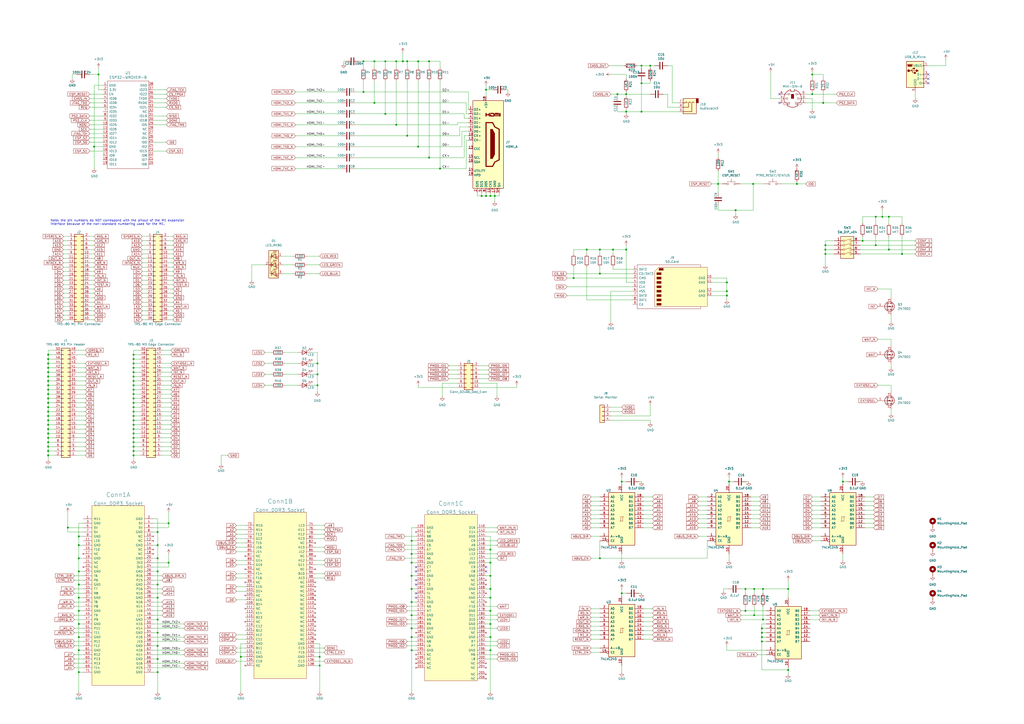
<source format=kicad_sch>
(kicad_sch (version 20211123) (generator eeschema)
  (paper "A2")
  (title_block (title "TRS-IO++") (date "2023-03-14") (rev "0.3") (comment 2 "TRS-IO++ - Multi-Function Card for the TRS-80"))
  (junction (at 437.515 356.87))
  (junction (at 45.72 377.19))
  (junction (at 77.47 228.6))
  (junction (at 27.94 256.54))
  (junction (at 217.17 35.56))
  (junction (at 57.15 43.18))
  (junction (at 184.15 223.52))
  (junction (at 45.72 331.47))
  (junction (at 210.82 53.34))
  (junction (at 236.22 78.74))
  (junction (at 500.38 139.7))
  (junction (at 515.62 144.78))
  (junction (at 238.76 321.31))
  (junction (at 281.94 52.07))
  (junction (at 284.48 361.95))
  (junction (at 442.595 359.41))
  (junction (at 27.94 210.82))
  (junction (at 91.44 389.89))
  (junction (at 77.47 205.74))
  (junction (at 97.79 326.39))
  (junction (at 77.47 215.9))
  (junction (at 210.82 35.56))
  (junction (at 91.44 367.03))
  (junction (at 77.47 233.68))
  (junction (at 363.22 144.78))
  (junction (at 242.57 35.56))
  (junction (at 77.47 243.84))
  (junction (at 27.94 226.06))
  (junction (at 27.94 233.68))
  (junction (at 478.79 147.32))
  (junction (at 284.48 113.665))
  (junction (at 27.94 228.6))
  (junction (at 416.56 106.68))
  (junction (at 77.47 208.28))
  (junction (at 77.47 256.54))
  (junction (at 477.52 59.69))
  (junction (at 421.64 171.45))
  (junction (at 284.48 369.57))
  (junction (at 238.76 341.63))
  (junction (at 332.74 161.29))
  (junction (at 236.22 35.56))
  (junction (at 54.61 85.09))
  (junction (at 279.4 113.665))
  (junction (at 27.94 208.28))
  (junction (at 27.94 220.98))
  (junction (at 77.47 238.76))
  (junction (at 45.72 354.33))
  (junction (at 77.47 231.14))
  (junction (at 77.47 246.38))
  (junction (at 27.94 264.16))
  (junction (at 255.27 97.79))
  (junction (at 441.96 364.49))
  (junction (at 77.47 226.06))
  (junction (at 77.47 264.16))
  (junction (at 442.595 341.63))
  (junction (at 471.17 43.18))
  (junction (at 139.7 381))
  (junction (at 91.44 374.65))
  (junction (at 471.17 54.61))
  (junction (at 511.81 125.73))
  (junction (at 523.24 147.32))
  (junction (at 91.44 339.09))
  (junction (at 242.57 85.09))
  (junction (at 284.48 326.39))
  (junction (at 437.515 341.63))
  (junction (at 441.96 372.11))
  (junction (at 421.64 168.91))
  (junction (at 45.72 323.85))
  (junction (at 347.98 158.75))
  (junction (at 287.02 113.665))
  (junction (at 421.64 163.83))
  (junction (at 97.79 303.53))
  (junction (at 27.94 218.44))
  (junction (at 340.36 144.78))
  (junction (at 347.98 144.78))
  (junction (at 441.96 369.57))
  (junction (at 238.76 369.57))
  (junction (at 457.2 388.62))
  (junction (at 508 142.24))
  (junction (at 457.2 341.63))
  (junction (at 229.87 72.39))
  (junction (at 45.72 311.15))
  (junction (at 184.15 210.82))
  (junction (at 422.91 279.4))
  (junction (at 432.435 354.33))
  (junction (at 77.47 236.22))
  (junction (at 27.94 243.84))
  (junction (at 27.94 213.36))
  (junction (at 77.47 248.92))
  (junction (at 45.72 369.57))
  (junction (at 238.76 313.69))
  (junction (at 358.14 54.61))
  (junction (at 432.435 341.63))
  (junction (at 77.47 213.36))
  (junction (at 184.15 217.17))
  (junction (at 27.94 254))
  (junction (at 185.42 381))
  (junction (at 91.44 382.27))
  (junction (at 27.94 246.38))
  (junction (at 248.92 91.44))
  (junction (at 238.76 349.25))
  (junction (at 27.94 215.9))
  (junction (at 77.47 210.82))
  (junction (at 441.96 367.03))
  (junction (at 372.11 48.26))
  (junction (at 284.48 346.71))
  (junction (at 91.44 346.71))
  (junction (at 27.94 261.62))
  (junction (at 238.76 334.01))
  (junction (at 233.68 35.56))
  (junction (at 77.47 223.52))
  (junction (at 478.79 142.24))
  (junction (at 372.11 38.1))
  (junction (at 91.44 323.85))
  (junction (at 45.72 316.23))
  (junction (at 77.47 218.44))
  (junction (at 27.94 251.46))
  (junction (at 229.87 35.56))
  (junction (at 27.94 248.92))
  (junction (at 45.72 389.89))
  (junction (at 27.94 231.14))
  (junction (at 284.48 377.19))
  (junction (at 284.48 318.77))
  (junction (at 377.19 38.1))
  (junction (at 462.28 106.68))
  (junction (at 217.17 59.69))
  (junction (at 360.68 279.4))
  (junction (at 27.94 238.76))
  (junction (at 238.76 326.39))
  (junction (at 284.48 341.63))
  (junction (at 238.76 356.87))
  (junction (at 355.6 144.78))
  (junction (at 45.72 339.09))
  (junction (at 281.94 113.665))
  (junction (at 185.42 386.08))
  (junction (at 284.48 354.33))
  (junction (at 77.47 261.62))
  (junction (at 223.52 66.04))
  (junction (at 91.44 316.23))
  (junction (at 347.98 323.85))
  (junction (at 238.76 377.19))
  (junction (at 363.22 54.61))
  (junction (at 360.68 344.17))
  (junction (at 77.47 254))
  (junction (at 372.11 64.77))
  (junction (at 77.47 241.3))
  (junction (at 363.22 64.77))
  (junction (at 27.94 259.08))
  (junction (at 223.52 35.56))
  (junction (at 27.94 241.3))
  (junction (at 426.72 121.92))
  (junction (at 515.62 125.73))
  (junction (at 27.94 205.74))
  (junction (at 91.44 331.47))
  (junction (at 436.88 106.68))
  (junction (at 77.47 251.46))
  (junction (at 488.95 279.4))
  (junction (at 27.94 236.22))
  (junction (at 91.44 359.41))
  (junction (at 238.76 364.49))
  (junction (at 248.92 35.56))
  (junction (at 45.72 346.71))
  (junction (at 478.79 144.78))
  (junction (at 508 125.73))
  (junction (at 45.72 361.95))
  (junction (at 27.94 223.52))
  (junction (at 284.48 334.01))
  (junction (at 91.44 308.61))
  (junction (at 77.47 220.98))
  (junction (at 77.47 259.08))
  (junction (at 39.37 306.07))
  (no_connect (at 241.3 328.93))
  (no_connect (at 538.48 43.18))
  (no_connect (at 281.94 328.93))
  (no_connect (at 538.48 45.72))
  (no_connect (at 452.12 54.61))
  (no_connect (at 241.3 346.71))
  (no_connect (at 241.3 331.47))
  (no_connect (at 538.48 48.26))
  (no_connect (at 241.3 339.09))
  (no_connect (at 452.12 59.69))
  (no_connect (at 241.3 344.17))
  (no_connect (at 241.3 336.55))
  (no_connect (at 281.94 331.47))
  (wire (pts (xy 223.52 35.56) (xy 223.52 39.37)))
  (wire (pts (xy 97.79 303.53) (xy 97.79 297.18)))
  (wire (pts (xy 432.435 341.63) (xy 437.515 341.63)))
  (wire (pts (xy 45.72 346.71) (xy 48.26 346.71)))
  (wire (pts (xy 184.15 223.52) (xy 184.15 227.33)))
  (wire (pts (xy 477.52 59.69) (xy 485.14 59.69)))
  (wire (pts (xy 444.5 361.95) (xy 441.96 361.95)))
  (wire (pts (xy 294.64 52.07) (xy 294.64 53.34)))
  (wire (pts (xy 57.15 52.07) (xy 57.15 43.18)))
  (wire (pts (xy 421.64 168.91) (xy 421.64 171.45)))
  (wire (pts (xy 238.76 341.63) (xy 241.3 341.63)))
  (wire (pts (xy 165.1 217.17) (xy 172.72 217.17)))
  (wire (pts (xy 488.95 279.4) (xy 491.49 279.4)))
  (wire (pts (xy 471.17 303.53) (xy 476.25 303.53)))
  (wire (pts (xy 363.22 144.78) (xy 355.6 144.78)))
  (wire (pts (xy 43.18 336.55) (xy 48.26 336.55)))
  (wire (pts (xy 171.45 59.69) (xy 198.12 59.69)))
  (wire (pts (xy 471.17 298.45) (xy 476.25 298.45)))
  (wire (pts (xy 45.72 377.19) (xy 48.26 377.19)))
  (wire (pts (xy 91.44 316.23) (xy 91.44 323.85)))
  (wire (pts (xy 44.45 254) (xy 49.53 254)))
  (wire (pts (xy 410.21 293.37) (xy 405.13 293.37)))
  (wire (pts (xy 284.48 354.33) (xy 284.48 361.95)))
  (wire (pts (xy 373.38 298.45) (xy 378.46 298.45)))
  (wire (pts (xy 372.11 64.77) (xy 393.7 64.77)))
  (wire (pts (xy 419.735 341.63) (xy 419.735 342.9)))
  (wire (pts (xy 81.28 210.82) (xy 77.47 210.82)))
  (wire (pts (xy 137.16 314.96) (xy 142.24 314.96)))
  (wire (pts (xy 91.44 359.41) (xy 91.44 367.03)))
  (wire (pts (xy 77.47 248.92) (xy 77.47 251.46)))
  (wire (pts (xy 354.33 236.22) (xy 360.68 236.22)))
  (wire (pts (xy 49.53 256.54) (xy 44.45 256.54)))
  (wire (pts (xy 444.5 379.73) (xy 439.42 379.73)))
  (wire (pts (xy 142.24 373.38) (xy 139.7 373.38)))
  (wire (pts (xy 416.56 88.9) (xy 416.56 91.44)))
  (wire (pts (xy 93.98 223.52) (xy 99.06 223.52)))
  (wire (pts (xy 153.67 217.17) (xy 157.48 217.17)))
  (wire (pts (xy 205.74 59.69) (xy 217.17 59.69)))
  (wire (pts (xy 217.17 59.69) (xy 270.51 59.69)))
  (wire (pts (xy 284.48 111.76) (xy 284.48 113.665)))
  (wire (pts (xy 88.9 72.39) (xy 96.52 72.39)))
  (wire (pts (xy 52.07 54.61) (xy 59.69 54.61)))
  (wire (pts (xy 342.9 370.84) (xy 347.98 370.84)))
  (wire (pts (xy 441.96 372.11) (xy 441.96 388.62)))
  (wire (pts (xy 405.13 300.99) (xy 410.21 300.99)))
  (wire (pts (xy 509.27 196.85) (xy 516.89 196.85)))
  (wire (pts (xy 284.48 369.57) (xy 284.48 377.19)))
  (wire (pts (xy 52.07 62.23) (xy 59.69 62.23)))
  (wire (pts (xy 182.88 378.46) (xy 187.96 378.46)))
  (wire (pts (xy 342.9 300.99) (xy 347.98 300.99)))
  (wire (pts (xy 45.72 323.85) (xy 45.72 331.47)))
  (wire (pts (xy 477.52 45.72) (xy 477.52 43.18)))
  (wire (pts (xy 44.45 215.9) (xy 49.53 215.9)))
  (wire (pts (xy 59.69 57.15) (xy 52.07 57.15)))
  (wire (pts (xy 435.61 298.45) (xy 440.69 298.45)))
  (wire (pts (xy 471.17 288.29) (xy 476.25 288.29)))
  (wire (pts (xy 43.18 341.63) (xy 48.26 341.63)))
  (wire (pts (xy 360.68 321.31) (xy 360.68 325.12)))
  (wire (pts (xy 88.9 331.47) (xy 91.44 331.47)))
  (wire (pts (xy 367.03 168.91) (xy 354.33 168.91)))
  (wire (pts (xy 54.61 170.18) (xy 52.07 170.18)))
  (wire (pts (xy 88.9 344.17) (xy 93.98 344.17)))
  (wire (pts (xy 85.09 162.56) (xy 82.55 162.56)))
  (wire (pts (xy 405.13 290.83) (xy 410.21 290.83)))
  (wire (pts (xy 54.61 139.7) (xy 52.07 139.7)))
  (wire (pts (xy 81.28 215.9) (xy 77.47 215.9)))
  (wire (pts (xy 441.96 372.11) (xy 444.5 372.11)))
  (wire (pts (xy 45.72 316.23) (xy 45.72 323.85)))
  (wire (pts (xy 81.28 264.16) (xy 77.47 264.16)))
  (wire (pts (xy 137.16 307.34) (xy 142.24 307.34)))
  (wire (pts (xy 93.98 215.9) (xy 99.06 215.9)))
  (wire (pts (xy 354.33 54.61) (xy 358.14 54.61)))
  (wire (pts (xy 516.89 223.52) (xy 516.89 227.33)))
  (wire (pts (xy 85.09 167.64) (xy 82.55 167.64)))
  (wire (pts (xy 467.36 54.61) (xy 471.17 54.61)))
  (wire (pts (xy 44.45 259.08) (xy 49.53 259.08)))
  (wire (pts (xy 360.68 344.17) (xy 363.22 344.17)))
  (wire (pts (xy 516.89 210.82) (xy 516.89 213.36)))
  (wire (pts (xy 182.88 386.08) (xy 185.42 386.08)))
  (wire (pts (xy 405.13 306.07) (xy 410.21 306.07)))
  (wire (pts (xy 342.9 363.22) (xy 347.98 363.22)))
  (wire (pts (xy 88.9 387.35) (xy 106.68 387.35)))
  (wire (pts (xy 281.94 313.69) (xy 288.29 313.69)))
  (wire (pts (xy 77.47 233.68) (xy 77.47 236.22)))
  (wire (pts (xy 421.64 377.19) (xy 421.64 374.65)))
  (wire (pts (xy 372.11 46.99) (xy 372.11 48.26)))
  (wire (pts (xy 281.94 316.23) (xy 288.29 316.23)))
  (wire (pts (xy 432.435 354.33) (xy 444.5 354.33)))
  (wire (pts (xy 435.61 306.07) (xy 440.69 306.07)))
  (wire (pts (xy 471.17 43.18) (xy 471.17 45.72)))
  (wire (pts (xy 49.53 228.6) (xy 44.45 228.6)))
  (wire (pts (xy 432.435 351.79) (xy 432.435 354.33)))
  (wire (pts (xy 405.13 295.91) (xy 410.21 295.91)))
  (wire (pts (xy 163.83 158.75) (xy 170.18 158.75)))
  (wire (pts (xy 205.74 72.39) (xy 229.87 72.39)))
  (wire (pts (xy 88.9 303.53) (xy 97.79 303.53)))
  (wire (pts (xy 242.57 35.56) (xy 248.92 35.56)))
  (wire (pts (xy 27.94 248.92) (xy 27.94 251.46)))
  (wire (pts (xy 44.45 226.06) (xy 49.53 226.06)))
  (wire (pts (xy 515.62 125.73) (xy 523.24 125.73)))
  (wire (pts (xy 266.7 73.66) (xy 266.7 78.74)))
  (wire (pts (xy 238.76 326.39) (xy 241.3 326.39)))
  (wire (pts (xy 44.45 213.36) (xy 49.53 213.36)))
  (wire (pts (xy 205.74 85.09) (xy 242.57 85.09)))
  (wire (pts (xy 43.18 359.41) (xy 48.26 359.41)))
  (wire (pts (xy 88.9 59.69) (xy 96.52 59.69)))
  (wire (pts (xy 182.88 307.34) (xy 187.96 307.34)))
  (wire (pts (xy 88.9 69.85) (xy 96.52 69.85)))
  (wire (pts (xy 31.75 259.08) (xy 27.94 259.08)))
  (wire (pts (xy 281.94 52.07) (xy 285.75 52.07)))
  (wire (pts (xy 180.34 223.52) (xy 184.15 223.52)))
  (wire (pts (xy 52.07 74.93) (xy 59.69 74.93)))
  (wire (pts (xy 43.18 364.49) (xy 48.26 364.49)))
  (wire (pts (xy 238.76 326.39) (xy 238.76 334.01)))
  (wire (pts (xy 342.9 306.07) (xy 347.98 306.07)))
  (wire (pts (xy 39.37 180.34) (xy 36.83 180.34)))
  (wire (pts (xy 501.65 298.45) (xy 506.73 298.45)))
  (wire (pts (xy 184.15 210.82) (xy 184.15 217.17)))
  (wire (pts (xy 54.61 142.24) (xy 52.07 142.24)))
  (wire (pts (xy 373.38 360.68) (xy 378.46 360.68)))
  (wire (pts (xy 97.79 328.93) (xy 88.9 328.93)))
  (wire (pts (xy 77.47 254) (xy 77.47 256.54)))
  (wire (pts (xy 182.88 373.38) (xy 185.42 373.38)))
  (wire (pts (xy 238.76 356.87) (xy 241.3 356.87)))
  (wire (pts (xy 52.07 87.63) (xy 59.69 87.63)))
  (wire (pts (xy 340.36 144.78) (xy 332.74 144.78)))
  (wire (pts (xy 435.61 290.83) (xy 440.69 290.83)))
  (wire (pts (xy 52.07 77.47) (xy 59.69 77.47)))
  (wire (pts (xy 77.47 213.36) (xy 77.47 215.9)))
  (wire (pts (xy 238.76 334.01) (xy 241.3 334.01)))
  (wire (pts (xy 432.435 341.63) (xy 432.435 344.17)))
  (wire (pts (xy 31.75 256.54) (xy 27.94 256.54)))
  (wire (pts (xy 27.94 261.62) (xy 27.94 264.16)))
  (wire (pts (xy 238.76 364.49) (xy 238.76 369.57)))
  (wire (pts (xy 85.09 147.32) (xy 82.55 147.32)))
  (wire (pts (xy 48.26 308.61) (xy 39.37 308.61)))
  (wire (pts (xy 422.91 279.4) (xy 422.91 280.67)))
  (wire (pts (xy 441.96 367.03) (xy 444.5 367.03)))
  (wire (pts (xy 478.79 142.24) (xy 478.79 144.78)))
  (wire (pts (xy 165.1 223.52) (xy 172.72 223.52)))
  (wire (pts (xy 54.61 149.86) (xy 52.07 149.86)))
  (wire (pts (xy 85.09 160.02) (xy 82.55 160.02)))
  (wire (pts (xy 501.65 290.83) (xy 506.73 290.83)))
  (wire (pts (xy 31.75 264.16) (xy 27.94 264.16)))
  (wire (pts (xy 281.94 354.33) (xy 284.48 354.33)))
  (wire (pts (xy 85.09 175.26) (xy 82.55 175.26)))
  (wire (pts (xy 88.9 308.61) (xy 91.44 308.61)))
  (wire (pts (xy 91.44 339.09) (xy 91.44 346.71)))
  (wire (pts (xy 54.61 167.64) (xy 52.07 167.64)))
  (wire (pts (xy 81.28 208.28) (xy 77.47 208.28)))
  (wire (pts (xy 236.22 35.56) (xy 236.22 39.37)))
  (wire (pts (xy 284.48 311.15) (xy 284.48 318.77)))
  (wire (pts (xy 43.18 372.11) (xy 48.26 372.11)))
  (wire (pts (xy 471.17 54.61) (xy 471.17 53.34)))
  (wire (pts (xy 44.45 264.16) (xy 49.53 264.16)))
  (wire (pts (xy 182.88 325.12) (xy 187.96 325.12)))
  (wire (pts (xy 177.8 158.75) (xy 185.42 158.75)))
  (wire (pts (xy 363.22 54.61) (xy 363.22 55.88)))
  (wire (pts (xy 412.75 106.68) (xy 416.56 106.68)))
  (wire (pts (xy 281.94 364.49) (xy 288.29 364.49)))
  (wire (pts (xy 128.27 269.24) (xy 128.27 264.16)))
  (wire (pts (xy 340.36 144.78) (xy 347.98 144.78)))
  (wire (pts (xy 93.98 264.16) (xy 99.06 264.16)))
  (wire (pts (xy 77.47 226.06) (xy 77.47 228.6)))
  (wire (pts (xy 48.26 303.53) (xy 45.72 303.53)))
  (wire (pts (xy 342.9 360.68) (xy 347.98 360.68)))
  (wire (pts (xy 93.98 205.74) (xy 99.06 205.74)))
  (wire (pts (xy 81.28 236.22) (xy 77.47 236.22)))
  (wire (pts (xy 271.78 66.04) (xy 270.51 66.04)))
  (wire (pts (xy 205.74 78.74) (xy 236.22 78.74)))
  (wire (pts (xy 177.8 153.67) (xy 185.42 153.67)))
  (wire (pts (xy 54.61 165.1) (xy 52.07 165.1)))
  (wire (pts (xy 81.28 205.74) (xy 77.47 205.74)))
  (wire (pts (xy 389.89 59.69) (xy 389.89 38.1)))
  (wire (pts (xy 238.76 349.25) (xy 238.76 356.87)))
  (wire (pts (xy 238.76 369.57) (xy 238.76 377.19)))
  (wire (pts (xy 471.17 41.91) (xy 471.17 43.18)))
  (wire (pts (xy 284.48 326.39) (xy 284.48 334.01)))
  (wire (pts (xy 31.75 246.38) (xy 27.94 246.38)))
  (wire (pts (xy 471.17 290.83) (xy 476.25 290.83)))
  (wire (pts (xy 185.42 381) (xy 185.42 386.08)))
  (wire (pts (xy 54.61 175.26) (xy 52.07 175.26)))
  (wire (pts (xy 27.94 254) (xy 27.94 256.54)))
  (wire (pts (xy 100.33 147.32) (xy 97.79 147.32)))
  (wire (pts (xy 180.34 210.82) (xy 184.15 210.82)))
  (wire (pts (xy 278.13 217.17) (xy 283.21 217.17)))
  (wire (pts (xy 81.28 226.06) (xy 77.47 226.06)))
  (wire (pts (xy 499.11 142.24) (xy 508 142.24)))
  (wire (pts (xy 523.24 125.73) (xy 523.24 129.54)))
  (wire (pts (xy 44.45 203.2) (xy 49.53 203.2)))
  (wire (pts (xy 457.2 387.35) (xy 457.2 388.62)))
  (wire (pts (xy 422.275 341.63) (xy 419.735 341.63)))
  (wire (pts (xy 234.95 311.15) (xy 241.3 311.15)))
  (wire (pts (xy 284.48 361.95) (xy 284.48 369.57)))
  (wire (pts (xy 182.88 312.42) (xy 187.96 312.42)))
  (wire (pts (xy 436.88 121.92) (xy 426.72 121.92)))
  (wire (pts (xy 88.9 346.71) (xy 91.44 346.71)))
  (wire (pts (xy 45.72 354.33) (xy 45.72 361.95)))
  (wire (pts (xy 52.07 69.85) (xy 59.69 69.85)))
  (wire (pts (xy 271.78 71.12) (xy 265.43 71.12)))
  (wire (pts (xy 441.96 388.62) (xy 457.2 388.62)))
  (wire (pts (xy 416.56 106.68) (xy 419.1 106.68)))
  (wire (pts (xy 45.72 311.15) (xy 45.72 316.23)))
  (wire (pts (xy 77.47 205.74) (xy 77.47 208.28)))
  (wire (pts (xy 242.57 223.52) (xy 242.57 224.79)))
  (wire (pts (xy 77.47 238.76) (xy 77.47 241.3)))
  (wire (pts (xy 137.16 347.98) (xy 142.24 347.98)))
  (wire (pts (xy 49.53 246.38) (xy 44.45 246.38)))
  (wire (pts (xy 39.37 157.48) (xy 36.83 157.48)))
  (wire (pts (xy 93.98 236.22) (xy 99.06 236.22)))
  (wire (pts (xy 88.9 361.95) (xy 106.68 361.95)))
  (wire (pts (xy 279.4 111.76) (xy 279.4 113.665)))
  (wire (pts (xy 328.93 161.29) (xy 332.74 161.29)))
  (wire (pts (xy 39.37 182.88) (xy 36.83 182.88)))
  (wire (pts (xy 59.69 49.53) (xy 54.61 49.53)))
  (wire (pts (xy 49.53 233.68) (xy 44.45 233.68)))
  (wire (pts (xy 500.38 137.16) (xy 500.38 139.7)))
  (wire (pts (xy 52.07 59.69) (xy 59.69 59.69)))
  (wire (pts (xy 281.94 321.31) (xy 288.29 321.31)))
  (wire (pts (xy 271.78 73.66) (xy 266.7 73.66)))
  (wire (pts (xy 508 125.73) (xy 511.81 125.73)))
  (wire (pts (xy 91.44 389.89) (xy 91.44 401.32)))
  (wire (pts (xy 501.65 295.91) (xy 506.73 295.91)))
  (wire (pts (xy 77.47 218.44) (xy 77.47 220.98)))
  (wire (pts (xy 437.515 341.63) (xy 442.595 341.63)))
  (wire (pts (xy 260.35 212.09) (xy 265.43 212.09)))
  (wire (pts (xy 139.7 373.38) (xy 139.7 381)))
  (wire (pts (xy 281.94 52.07) (xy 281.94 55.88)))
  (wire (pts (xy 360.68 279.4) (xy 360.68 280.67)))
  (wire (pts (xy 171.45 66.04) (xy 198.12 66.04)))
  (wire (pts (xy 242.57 46.99) (xy 242.57 85.09)))
  (wire (pts (xy 508 125.73) (xy 508 129.54)))
  (wire (pts (xy 88.9 364.49) (xy 106.68 364.49)))
  (wire (pts (xy 238.76 364.49) (xy 241.3 364.49)))
  (wire (pts (xy 293.37 52.07) (xy 294.64 52.07)))
  (wire (pts (xy 457.2 341.63) (xy 457.2 346.71)))
  (wire (pts (xy 85.09 170.18) (xy 82.55 170.18)))
  (wire (pts (xy 242.57 85.09) (xy 267.97 85.09)))
  (wire (pts (xy 281.94 341.63) (xy 284.48 341.63)))
  (wire (pts (xy 44.45 231.14) (xy 49.53 231.14)))
  (wire (pts (xy 435.61 293.37) (xy 440.69 293.37)))
  (wire (pts (xy 180.34 204.47) (xy 184.15 204.47)))
  (wire (pts (xy 347.98 375.92) (xy 342.9 375.92)))
  (wire (pts (xy 469.9 359.41) (xy 474.98 359.41)))
  (wire (pts (xy 54.61 152.4) (xy 52.07 152.4)))
  (wire (pts (xy 44.45 223.52) (xy 49.53 223.52)))
  (wire (pts (xy 88.9 62.23) (xy 96.52 62.23)))
  (wire (pts (xy 43.18 374.65) (xy 48.26 374.65)))
  (wire (pts (xy 137.16 320.04) (xy 142.24 320.04)))
  (wire (pts (xy 77.47 228.6) (xy 77.47 231.14)))
  (wire (pts (xy 100.33 170.18) (xy 97.79 170.18)))
  (wire (pts (xy 488.95 276.86) (xy 488.95 279.4)))
  (wire (pts (xy 88.9 384.81) (xy 106.68 384.81)))
  (wire (pts (xy 511.81 121.92) (xy 511.81 125.73)))
  (wire (pts (xy 77.47 259.08) (xy 77.47 261.62)))
  (wire (pts (xy 471.17 57.15) (xy 471.17 63.5)))
  (wire (pts (xy 223.52 66.04) (xy 269.24 66.04)))
  (wire (pts (xy 485.14 54.61) (xy 471.17 54.61)))
  (wire (pts (xy 242.57 35.56) (xy 242.57 39.37)))
  (wire (pts (xy 367.03 156.21) (xy 355.6 156.21)))
  (wire (pts (xy 88.9 374.65) (xy 91.44 374.65)))
  (wire (pts (xy 501.65 306.07) (xy 506.73 306.07)))
  (wire (pts (xy 39.37 149.86) (xy 36.83 149.86)))
  (wire (pts (xy 238.76 321.31) (xy 238.76 326.39)))
  (wire (pts (xy 238.76 377.19) (xy 238.76 401.32)))
  (wire (pts (xy 88.9 54.61) (xy 96.52 54.61)))
  (wire (pts (xy 478.79 147.32) (xy 483.87 147.32)))
  (wire (pts (xy 281.94 49.53) (xy 281.94 52.07)))
  (wire (pts (xy 77.47 208.28) (xy 77.47 210.82)))
  (wire (pts (xy 27.94 223.52) (xy 27.94 226.06)))
  (wire (pts (xy 416.56 99.06) (xy 416.56 106.68)))
  (wire (pts (xy 442.595 351.79) (xy 442.595 359.41)))
  (wire (pts (xy 208.28 35.56) (xy 210.82 35.56)))
  (wire (pts (xy 242.57 224.79) (xy 265.43 224.79)))
  (wire (pts (xy 471.17 300.99) (xy 476.25 300.99)))
  (wire (pts (xy 205.74 91.44) (xy 248.92 91.44)))
  (wire (pts (xy 281.94 334.01) (xy 284.48 334.01)))
  (wire (pts (xy 373.38 290.83) (xy 378.46 290.83)))
  (wire (pts (xy 437.515 351.79) (xy 437.515 356.87)))
  (wire (pts (xy 100.33 139.7) (xy 97.79 139.7)))
  (wire (pts (xy 405.13 303.53) (xy 410.21 303.53)))
  (wire (pts (xy 81.28 254) (xy 77.47 254)))
  (wire (pts (xy 281.94 306.07) (xy 288.29 306.07)))
  (wire (pts (xy 370.84 279.4) (xy 372.11 279.4)))
  (wire (pts (xy 488.95 279.4) (xy 488.95 280.67)))
  (wire (pts (xy 287.02 111.76) (xy 287.02 113.665)))
  (wire (pts (xy 358.14 63.5) (xy 358.14 64.77)))
  (wire (pts (xy 281.94 379.73) (xy 288.29 379.73)))
  (wire (pts (xy 248.92 91.44) (xy 269.24 91.44)))
  (wire (pts (xy 44.45 205.74) (xy 49.53 205.74)))
  (wire (pts (xy 271.78 81.28) (xy 270.51 81.28)))
  (wire (pts (xy 405.13 288.29) (xy 410.21 288.29)))
  (wire (pts (xy 88.9 67.31) (xy 96.52 67.31)))
  (wire (pts (xy 184.15 217.17) (xy 184.15 223.52)))
  (wire (pts (xy 39.37 139.7) (xy 36.83 139.7)))
  (wire (pts (xy 271.78 76.2) (xy 267.97 76.2)))
  (wire (pts (xy 39.37 297.18) (xy 39.37 306.07)))
  (wire (pts (xy 377.19 241.3) (xy 354.33 241.3)))
  (wire (pts (xy 88.9 326.39) (xy 97.79 326.39)))
  (wire (pts (xy 255.27 46.99) (xy 255.27 97.79)))
  (wire (pts (xy 91.44 323.85) (xy 91.44 331.47)))
  (wire (pts (xy 358.14 54.61) (xy 363.22 54.61)))
  (wire (pts (xy 523.24 137.16) (xy 523.24 147.32)))
  (wire (pts (xy 52.07 80.01) (xy 59.69 80.01)))
  (wire (pts (xy 137.16 327.66) (xy 142.24 327.66)))
  (wire (pts (xy 363.22 54.61) (xy 377.19 54.61)))
  (wire (pts (xy 372.11 39.37) (xy 372.11 38.1)))
  (wire (pts (xy 81.28 251.46) (xy 77.47 251.46)))
  (wire (pts (xy 248.92 46.99) (xy 248.92 91.44)))
  (wire (pts (xy 85.09 165.1) (xy 82.55 165.1)))
  (wire (pts (xy 59.69 52.07) (xy 57.15 52.07)))
  (wire (pts (xy 241.3 306.07) (xy 238.76 306.07)))
  (wire (pts (xy 39.37 306.07) (xy 48.26 306.07)))
  (wire (pts (xy 182.88 320.04) (xy 187.96 320.04)))
  (wire (pts (xy 530.86 53.34) (xy 530.86 57.15)))
  (wire (pts (xy 165.1 204.47) (xy 172.72 204.47)))
  (wire (pts (xy 171.45 78.74) (xy 198.12 78.74)))
  (wire (pts (xy 27.94 231.14) (xy 27.94 233.68)))
  (wire (pts (xy 462.28 105.41) (xy 462.28 106.68)))
  (wire (pts (xy 238.76 306.07) (xy 238.76 313.69)))
  (wire (pts (xy 270.51 66.04) (xy 270.51 59.69)))
  (wire (pts (xy 281.94 382.27) (xy 288.29 382.27)))
  (wire (pts (xy 342.9 298.45) (xy 347.98 298.45)))
  (wire (pts (xy 377.19 39.37) (xy 377.19 38.1)))
  (wire (pts (xy 500.38 139.7) (xy 530.86 139.7)))
  (wire (pts (xy 27.94 251.46) (xy 27.94 254)))
  (wire (pts (xy 182.88 327.66) (xy 187.96 327.66)))
  (wire (pts (xy 248.92 35.56) (xy 248.92 39.37)))
  (wire (pts (xy 429.26 106.68) (xy 436.88 106.68)))
  (wire (pts (xy 236.22 361.95) (xy 241.3 361.95)))
  (wire (pts (xy 49.53 251.46) (xy 44.45 251.46)))
  (wire (pts (xy 435.61 295.91) (xy 440.69 295.91)))
  (wire (pts (xy 100.33 177.8) (xy 97.79 177.8)))
  (wire (pts (xy 39.37 162.56) (xy 36.83 162.56)))
  (wire (pts (xy 77.47 203.2) (xy 77.47 205.74)))
  (wire (pts (xy 182.88 381) (xy 185.42 381)))
  (wire (pts (xy 516.89 172.72) (xy 516.89 167.64)))
  (wire (pts (xy 393.7 62.23) (xy 387.35 62.23)))
  (wire (pts (xy 54.61 162.56) (xy 52.07 162.56)))
  (wire (pts (xy 27.94 233.68) (xy 27.94 236.22)))
  (wire (pts (xy 137.16 332.74) (xy 142.24 332.74)))
  (wire (pts (xy 88.9 379.73) (xy 106.68 379.73)))
  (wire (pts (xy 511.81 125.73) (xy 515.62 125.73)))
  (wire (pts (xy 515.62 137.16) (xy 515.62 144.78)))
  (wire (pts (xy 45.72 316.23) (xy 48.26 316.23)))
  (wire (pts (xy 342.9 288.29) (xy 347.98 288.29)))
  (wire (pts (xy 137.16 342.9) (xy 142.24 342.9)))
  (wire (pts (xy 184.15 204.47) (xy 184.15 210.82)))
  (wire (pts (xy 45.72 354.33) (xy 48.26 354.33)))
  (wire (pts (xy 45.72 389.89) (xy 48.26 389.89)))
  (wire (pts (xy 372.11 64.77) (xy 363.22 64.77)))
  (wire (pts (xy 509.27 223.52) (xy 516.89 223.52)))
  (wire (pts (xy 99.06 251.46) (xy 93.98 251.46)))
  (wire (pts (xy 255.27 35.56) (xy 255.27 39.37)))
  (wire (pts (xy 99.06 243.84) (xy 93.98 243.84)))
  (wire (pts (xy 180.34 217.17) (xy 184.15 217.17)))
  (wire (pts (xy 284.48 318.77) (xy 284.48 326.39)))
  (wire (pts (xy 360.68 276.86) (xy 360.68 279.4)))
  (wire (pts (xy 238.76 321.31) (xy 241.3 321.31)))
  (wire (pts (xy 91.44 374.65) (xy 91.44 382.27)))
  (wire (pts (xy 93.98 213.36) (xy 99.06 213.36)))
  (wire (pts (xy 100.33 185.42) (xy 97.79 185.42)))
  (wire (pts (xy 81.28 261.62) (xy 77.47 261.62)))
  (wire (pts (xy 77.47 246.38) (xy 77.47 248.92)))
  (wire (pts (xy 236.22 46.99) (xy 236.22 78.74)))
  (wire (pts (xy 93.98 241.3) (xy 99.06 241.3)))
  (wire (pts (xy 52.07 67.31) (xy 59.69 67.31)))
  (wire (pts (xy 177.8 148.59) (xy 185.42 148.59)))
  (wire (pts (xy 387.35 54.61) (xy 384.81 54.61)))
  (wire (pts (xy 478.79 144.78) (xy 478.79 147.32)))
  (wire (pts (xy 422.91 321.31) (xy 422.91 325.12)))
  (wire (pts (xy 45.72 323.85) (xy 48.26 323.85)))
  (wire (pts (xy 471.17 295.91) (xy 476.25 295.91)))
  (wire (pts (xy 31.75 228.6) (xy 27.94 228.6)))
  (wire (pts (xy 363.22 63.5) (xy 363.22 64.77)))
  (wire (pts (xy 255.27 97.79) (xy 270.51 97.79)))
  (wire (pts (xy 31.75 231.14) (xy 27.94 231.14)))
  (wire (pts (xy 182.88 375.92) (xy 187.96 375.92)))
  (wire (pts (xy 45.72 339.09) (xy 48.26 339.09)))
  (wire (pts (xy 442.595 341.63) (xy 442.595 344.17)))
  (wire (pts (xy 354.33 168.91) (xy 354.33 186.69)))
  (wire (pts (xy 276.86 111.76) (xy 276.86 113.665)))
  (wire (pts (xy 360.68 341.63) (xy 360.68 344.17)))
  (wire (pts (xy 39.37 147.32) (xy 36.83 147.32)))
  (wire (pts (xy 31.75 210.82) (xy 27.94 210.82)))
  (wire (pts (xy 412.75 161.29) (xy 421.64 161.29)))
  (wire (pts (xy 377.19 46.99) (xy 377.19 48.26)))
  (wire (pts (xy 31.75 215.9) (xy 27.94 215.9)))
  (wire (pts (xy 49.53 243.84) (xy 44.45 243.84)))
  (wire (pts (xy 284.48 113.665) (xy 287.02 113.665)))
  (wire (pts (xy 200.66 35.56) (xy 199.39 35.56)))
  (wire (pts (xy 31.75 218.44) (xy 27.94 218.44)))
  (wire (pts (xy 372.11 48.26) (xy 377.19 48.26)))
  (wire (pts (xy 210.82 53.34) (xy 271.78 53.34)))
  (wire (pts (xy 44.45 236.22) (xy 49.53 236.22)))
  (wire (pts (xy 85.09 142.24) (xy 82.55 142.24)))
  (wire (pts (xy 27.94 205.74) (xy 27.94 208.28)))
  (wire (pts (xy 100.33 175.26) (xy 97.79 175.26)))
  (wire (pts (xy 85.09 149.86) (xy 82.55 149.86)))
  (wire (pts (xy 360.68 279.4) (xy 363.22 279.4)))
  (wire (pts (xy 54.61 185.42) (xy 52.07 185.42)))
  (wire (pts (xy 45.72 311.15) (xy 48.26 311.15)))
  (wire (pts (xy 421.64 161.29) (xy 421.64 163.83)))
  (wire (pts (xy 44.45 218.44) (xy 49.53 218.44)))
  (wire (pts (xy 100.33 152.4) (xy 97.79 152.4)))
  (wire (pts (xy 281.94 111.76) (xy 281.94 113.665)))
  (wire (pts (xy 347.98 358.14) (xy 342.9 358.14)))
  (wire (pts (xy 429.895 354.33) (xy 432.435 354.33)))
  (wire (pts (xy 373.38 303.53) (xy 378.46 303.53)))
  (wire (pts (xy 248.92 35.56) (xy 255.27 35.56)))
  (wire (pts (xy 347.98 158.75) (xy 367.03 158.75)))
  (wire (pts (xy 340.36 147.32) (xy 340.36 144.78)))
  (wire (pts (xy 457.2 336.55) (xy 457.2 341.63)))
  (wire (pts (xy 45.72 389.89) (xy 45.72 401.32)))
  (wire (pts (xy 137.16 317.5) (xy 142.24 317.5)))
  (wire (pts (xy 27.94 246.38) (xy 27.94 248.92)))
  (wire (pts (xy 471.17 313.69) (xy 476.25 313.69)))
  (wire (pts (xy 516.89 167.64) (xy 509.27 167.64)))
  (wire (pts (xy 340.36 173.99) (xy 367.03 173.99)))
  (wire (pts (xy 77.47 215.9) (xy 77.47 218.44)))
  (wire (pts (xy 363.22 53.34) (xy 363.22 54.61)))
  (wire (pts (xy 501.65 293.37) (xy 506.73 293.37)))
  (wire (pts (xy 476.25 293.37) (xy 471.17 293.37)))
  (wire (pts (xy 31.75 261.62) (xy 27.94 261.62)))
  (wire (pts (xy 238.76 369.57) (xy 241.3 369.57)))
  (wire (pts (xy 27.94 220.98) (xy 27.94 223.52)))
  (wire (pts (xy 81.28 243.84) (xy 77.47 243.84)))
  (wire (pts (xy 360.68 386.08) (xy 360.68 389.89)))
  (wire (pts (xy 182.88 332.74) (xy 187.96 332.74)))
  (wire (pts (xy 88.9 382.27) (xy 91.44 382.27)))
  (wire (pts (xy 387.35 62.23) (xy 387.35 54.61)))
  (wire (pts (xy 85.09 157.48) (xy 82.55 157.48)))
  (wire (pts (xy 27.94 215.9) (xy 27.94 218.44)))
  (wire (pts (xy 43.18 356.87) (xy 48.26 356.87)))
  (wire (pts (xy 88.9 354.33) (xy 93.98 354.33)))
  (wire (pts (xy 373.38 370.84) (xy 378.46 370.84)))
  (wire (pts (xy 54.61 160.02) (xy 52.07 160.02)))
  (wire (pts (xy 45.72 377.19) (xy 45.72 389.89)))
  (wire (pts (xy 88.9 316.23) (xy 91.44 316.23)))
  (wire (pts (xy 77.47 241.3) (xy 77.47 243.84)))
  (wire (pts (xy 223.52 46.99) (xy 223.52 66.04)))
  (wire (pts (xy 426.72 121.92) (xy 416.56 121.92)))
  (wire (pts (xy 165.1 210.82) (xy 172.72 210.82)))
  (wire (pts (xy 27.94 218.44) (xy 27.94 220.98)))
  (wire (pts (xy 45.72 339.09) (xy 45.72 346.71)))
  (wire (pts (xy 81.28 241.3) (xy 77.47 241.3)))
  (wire (pts (xy 39.37 154.94) (xy 36.83 154.94)))
  (wire (pts (xy 45.72 303.53) (xy 45.72 311.15)))
  (wire (pts (xy 100.33 172.72) (xy 97.79 172.72)))
  (wire (pts (xy 435.61 288.29) (xy 440.69 288.29)))
  (wire (pts (xy 81.28 246.38) (xy 77.47 246.38)))
  (wire (pts (xy 44.45 220.98) (xy 49.53 220.98)))
  (wire (pts (xy 360.68 344.17) (xy 360.68 345.44)))
  (wire (pts (xy 265.43 71.12) (xy 265.43 72.39)))
  (wire (pts (xy 88.9 349.25) (xy 93.98 349.25)))
  (wire (pts (xy 347.98 144.78) (xy 347.98 147.32)))
  (wire (pts (xy 441.96 367.03) (xy 441.96 369.57)))
  (wire (pts (xy 412.75 168.91) (xy 421.64 168.91)))
  (wire (pts (xy 444.5 377.19) (xy 421.64 377.19)))
  (wire (pts (xy 281.94 356.87) (xy 288.29 356.87)))
  (wire (pts (xy 377.19 243.84) (xy 377.19 245.11)))
  (wire (pts (xy 100.33 160.02) (xy 97.79 160.02)))
  (wire (pts (xy 500.38 129.54) (xy 500.38 125.73)))
  (wire (pts (xy 153.67 223.52) (xy 157.48 223.52)))
  (wire (pts (xy 229.87 35.56) (xy 229.87 39.37)))
  (wire (pts (xy 44.45 43.18) (xy 41.91 43.18)))
  (wire (pts (xy 238.76 356.87) (xy 238.76 364.49)))
  (wire (pts (xy 137.16 378.46) (xy 142.24 378.46)))
  (wire (pts (xy 355.6 144.78) (xy 355.6 147.32)))
  (wire (pts (xy 342.9 295.91) (xy 347.98 295.91)))
  (wire (pts (xy 238.76 377.19) (xy 241.3 377.19)))
  (wire (pts (xy 54.61 182.88) (xy 52.07 182.88)))
  (wire (pts (xy 88.9 339.09) (xy 91.44 339.09)))
  (wire (pts (xy 128.27 264.16) (xy 132.08 264.16)))
  (wire (pts (xy 281.94 377.19) (xy 284.48 377.19)))
  (wire (pts (xy 81.28 259.08) (xy 77.47 259.08)))
  (wire (pts (xy 137.16 309.88) (xy 142.24 309.88)))
  (wire (pts (xy 515.62 125.73) (xy 515.62 129.54)))
  (wire (pts (xy 93.98 254) (xy 99.06 254)))
  (wire (pts (xy 31.75 203.2) (xy 27.94 203.2)))
  (wire (pts (xy 41.91 43.18) (xy 41.91 45.72)))
  (wire (pts (xy 281.94 359.41) (xy 288.29 359.41)))
  (wire (pts (xy 137.16 312.42) (xy 142.24 312.42)))
  (wire (pts (xy 45.72 331.47) (xy 48.26 331.47)))
  (wire (pts (xy 91.44 346.71) (xy 91.44 359.41)))
  (wire (pts (xy 39.37 142.24) (xy 36.83 142.24)))
  (wire (pts (xy 260.35 214.63) (xy 265.43 214.63)))
  (wire (pts (xy 44.45 210.82) (xy 49.53 210.82)))
  (wire (pts (xy 347.98 323.85) (xy 342.9 323.85)))
  (wire (pts (xy 412.75 163.83) (xy 421.64 163.83)))
  (wire (pts (xy 31.75 233.68) (xy 27.94 233.68)))
  (wire (pts (xy 281.94 326.39) (xy 284.48 326.39)))
  (wire (pts (xy 229.87 35.56) (xy 233.68 35.56)))
  (wire (pts (xy 548.64 34.29) (xy 548.64 38.1)))
  (wire (pts (xy 279.4 113.665) (xy 281.94 113.665)))
  (wire (pts (xy 358.14 55.88) (xy 358.14 54.61)))
  (wire (pts (xy 347.98 323.85) (xy 410.21 323.85)))
  (wire (pts (xy 271.78 78.74) (xy 269.24 78.74)))
  (wire (pts (xy 238.76 334.01) (xy 238.76 341.63)))
  (wire (pts (xy 81.28 228.6) (xy 77.47 228.6)))
  (wire (pts (xy 27.94 236.22) (xy 27.94 238.76)))
  (wire (pts (xy 281.94 308.61) (xy 288.29 308.61)))
  (wire (pts (xy 88.9 341.63) (xy 93.98 341.63)))
  (wire (pts (xy 471.17 306.07) (xy 476.25 306.07)))
  (wire (pts (xy 88.9 372.11) (xy 106.68 372.11)))
  (wire (pts (xy 27.94 256.54) (xy 27.94 259.08)))
  (wire (pts (xy 39.37 170.18) (xy 36.83 170.18)))
  (wire (pts (xy 379.73 38.1) (xy 377.19 38.1)))
  (wire (pts (xy 437.515 341.63) (xy 437.515 344.17)))
  (wire (pts (xy 373.38 300.99) (xy 378.46 300.99)))
  (wire (pts (xy 97.79 306.07) (xy 97.79 303.53)))
  (wire (pts (xy 236.22 359.41) (xy 241.3 359.41)))
  (wire (pts (xy 370.84 344.17) (xy 372.11 344.17)))
  (wire (pts (xy 354.33 243.84) (xy 377.19 243.84)))
  (wire (pts (xy 347.98 378.46) (xy 342.9 378.46)))
  (wire (pts (xy 435.61 300.99) (xy 440.69 300.99)))
  (wire (pts (xy 81.28 203.2) (xy 77.47 203.2)))
  (wire (pts (xy 49.53 261.62) (xy 44.45 261.62)))
  (wire (pts (xy 44.45 241.3) (xy 49.53 241.3)))
  (wire (pts (xy 88.9 323.85) (xy 91.44 323.85)))
  (wire (pts (xy 39.37 308.61) (xy 39.37 306.07)))
  (wire (pts (xy 234.95 323.85) (xy 241.3 323.85)))
  (wire (pts (xy 256.54 222.25) (xy 256.54 229.87)))
  (wire (pts (xy 85.09 177.8) (xy 82.55 177.8)))
  (wire (pts (xy 39.37 160.02) (xy 36.83 160.02)))
  (wire (pts (xy 43.18 384.81) (xy 48.26 384.81)))
  (wire (pts (xy 499.11 139.7) (xy 500.38 139.7)))
  (wire (pts (xy 421.64 171.45) (xy 421.64 173.99)))
  (wire (pts (xy 139.7 381) (xy 139.7 401.32)))
  (wire (pts (xy 281.94 351.79) (xy 288.29 351.79)))
  (wire (pts (xy 45.72 369.57) (xy 48.26 369.57)))
  (wire (pts (xy 88.9 300.99) (xy 91.44 300.99)))
  (wire (pts (xy 332.74 154.94) (xy 332.74 161.29)))
  (wire (pts (xy 369.57 38.1) (xy 372.11 38.1)))
  (wire (pts (xy 281.94 113.665) (xy 284.48 113.665)))
  (wire (pts (xy 270.51 81.28) (xy 270.51 97.79)))
  (wire (pts (xy 477.52 59.69) (xy 477.52 53.34)))
  (wire (pts (xy 100.33 154.94) (xy 97.79 154.94)))
  (wire (pts (xy 217.17 35.56) (xy 217.17 39.37)))
  (wire (pts (xy 39.37 152.4) (xy 36.83 152.4)))
  (wire (pts (xy 27.94 241.3) (xy 27.94 243.84)))
  (wire (pts (xy 538.48 38.1) (xy 548.64 38.1)))
  (wire (pts (xy 96.52 87.63) (xy 88.9 87.63)))
  (wire (pts (xy 85.09 185.42) (xy 82.55 185.42)))
  (wire (pts (xy 88.9 334.01) (xy 93.98 334.01)))
  (wire (pts (xy 347.98 154.94) (xy 347.98 158.75)))
  (wire (pts (xy 77.47 220.98) (xy 77.47 223.52)))
  (wire (pts (xy 332.74 144.78) (xy 332.74 147.32)))
  (wire (pts (xy 163.83 148.59) (xy 170.18 148.59)))
  (wire (pts (xy 27.94 203.2) (xy 27.94 205.74)))
  (wire (pts (xy 85.09 137.16) (xy 82.55 137.16)))
  (wire (pts (xy 99.06 238.76) (xy 93.98 238.76)))
  (wire (pts (xy 77.47 231.14) (xy 77.47 233.68)))
  (wire (pts (xy 85.09 154.94) (xy 82.55 154.94)))
  (wire (pts (xy 31.75 208.28) (xy 27.94 208.28)))
  (wire (pts (xy 426.72 121.92) (xy 426.72 124.46)))
  (wire (pts (xy 234.95 316.23) (xy 241.3 316.23)))
  (wire (pts (xy 100.33 144.78) (xy 97.79 144.78)))
  (wire (pts (xy 39.37 172.72) (xy 36.83 172.72)))
  (wire (pts (xy 435.61 303.53) (xy 440.69 303.53)))
  (wire (pts (xy 238.76 349.25) (xy 241.3 349.25)))
  (wire (pts (xy 39.37 144.78) (xy 36.83 144.78)))
  (wire (pts (xy 238.76 313.69) (xy 241.3 313.69)))
  (wire (pts (xy 31.75 205.74) (xy 27.94 205.74)))
  (wire (pts (xy 284.48 377.19) (xy 284.48 401.32)))
  (wire (pts (xy 236.22 351.79) (xy 241.3 351.79)))
  (wire (pts (xy 93.98 226.06) (xy 99.06 226.06)))
  (wire (pts (xy 236.22 354.33) (xy 241.3 354.33)))
  (wire (pts (xy 516.89 196.85) (xy 516.89 200.66)))
  (wire (pts (xy 171.45 85.09) (xy 198.12 85.09)))
  (wire (pts (xy 77.47 223.52) (xy 77.47 226.06)))
  (wire (pts (xy 31.75 241.3) (xy 27.94 241.3)))
  (wire (pts (xy 91.44 308.61) (xy 91.44 316.23)))
  (wire (pts (xy 43.18 349.25) (xy 48.26 349.25)))
  (wire (pts (xy 501.65 300.99) (xy 506.73 300.99)))
  (wire (pts (xy 99.06 233.68) (xy 93.98 233.68)))
  (wire (pts (xy 199.39 35.56) (xy 199.39 36.83)))
  (wire (pts (xy 77.47 251.46) (xy 77.47 254)))
  (wire (pts (xy 276.86 113.665) (xy 279.4 113.665)))
  (wire (pts (xy 91.44 367.03) (xy 91.44 374.65)))
  (wire (pts (xy 27.94 213.36) (xy 27.94 215.9)))
  (wire (pts (xy 57.15 43.18) (xy 57.15 39.37)))
  (wire (pts (xy 405.13 298.45) (xy 410.21 298.45)))
  (wire (pts (xy 405.13 311.15) (xy 410.21 311.15)))
  (wire (pts (xy 278.13 222.25) (xy 288.29 222.25)))
  (wire (pts (xy 93.98 248.92) (xy 99.06 248.92)))
  (wire (pts (xy 91.44 300.99) (xy 91.44 308.61)))
  (wire (pts (xy 373.38 355.6) (xy 378.46 355.6)))
  (wire (pts (xy 85.09 172.72) (xy 82.55 172.72)))
  (wire (pts (xy 43.18 379.73) (xy 48.26 379.73)))
  (wire (pts (xy 516.89 182.88) (xy 516.89 186.69)))
  (wire (pts (xy 416.56 121.92) (xy 416.56 119.38)))
  (wire (pts (xy 54.61 154.94) (xy 52.07 154.94)))
  (wire (pts (xy 31.75 226.06) (xy 27.94 226.06)))
  (wire (pts (xy 27.94 210.82) (xy 27.94 213.36)))
  (wire (pts (xy 441.96 361.95) (xy 441.96 364.49)))
  (wire (pts (xy 85.09 182.88) (xy 82.55 182.88)))
  (wire (pts (xy 43.18 387.35) (xy 48.26 387.35)))
  (wire (pts (xy 31.75 238.76) (xy 27.94 238.76)))
  (wire (pts (xy 88.9 57.15) (xy 96.52 57.15)))
  (wire (pts (xy 471.17 311.15) (xy 476.25 311.15)))
  (wire (pts (xy 447.04 57.15) (xy 452.12 57.15)))
  (wire (pts (xy 54.61 144.78) (xy 52.07 144.78)))
  (wire (pts (xy 265.43 222.25) (xy 256.54 222.25)))
  (wire (pts (xy 171.45 72.39) (xy 198.12 72.39)))
  (wire (pts (xy 442.595 359.41) (xy 444.5 359.41)))
  (wire (pts (xy 205.74 66.04) (xy 223.52 66.04)))
  (wire (pts (xy 412.75 171.45) (xy 421.64 171.45)))
  (wire (pts (xy 81.28 233.68) (xy 77.47 233.68)))
  (wire (pts (xy 210.82 46.99) (xy 210.82 53.34)))
  (wire (pts (xy 501.65 303.53) (xy 506.73 303.53)))
  (wire (pts (xy 441.96 364.49) (xy 441.96 367.03)))
  (wire (pts (xy 342.9 355.6) (xy 347.98 355.6)))
  (wire (pts (xy 99.06 256.54) (xy 93.98 256.54)))
  (wire (pts (xy 85.09 144.78) (xy 82.55 144.78)))
  (wire (pts (xy 43.18 351.79) (xy 48.26 351.79)))
  (wire (pts (xy 328.93 171.45) (xy 367.03 171.45)))
  (wire (pts (xy 39.37 137.16) (xy 36.83 137.16)))
  (wire (pts (xy 447.04 41.91) (xy 447.04 57.15)))
  (wire (pts (xy 437.515 356.87) (xy 444.5 356.87)))
  (wire (pts (xy 205.74 53.34) (xy 210.82 53.34)))
  (wire (pts (xy 278.13 219.71) (xy 283.21 219.71)))
  (wire (pts (xy 284.48 346.71) (xy 284.48 354.33)))
  (wire (pts (xy 91.44 382.27) (xy 91.44 389.89)))
  (wire (pts (xy 410.21 323.85) (xy 410.21 313.69)))
  (wire (pts (xy 171.45 53.34) (xy 198.12 53.34)))
  (wire (pts (xy 238.76 313.69) (xy 238.76 321.31)))
  (wire (pts (xy 45.72 331.47) (xy 45.72 339.09)))
  (wire (pts (xy 260.35 219.71) (xy 265.43 219.71)))
  (wire (pts (xy 477.52 43.18) (xy 471.17 43.18)))
  (wire (pts (xy 31.75 251.46) (xy 27.94 251.46)))
  (wire (pts (xy 27.94 208.28) (xy 27.94 210.82)))
  (wire (pts (xy 373.38 306.07) (xy 378.46 306.07)))
  (wire (pts (xy 342.9 311.15) (xy 347.98 311.15)))
  (wire (pts (xy 422.91 276.86) (xy 422.91 279.4)))
  (wire (pts (xy 429.895 356.87) (xy 437.515 356.87)))
  (wire (pts (xy 278.13 214.63) (xy 283.21 214.63)))
  (wire (pts (xy 483.87 142.24) (xy 478.79 142.24)))
  (wire (pts (xy 54.61 147.32) (xy 52.07 147.32)))
  (wire (pts (xy 289.56 111.76) (xy 289.56 113.665)))
  (wire (pts (xy 100.33 149.86) (xy 97.79 149.86)))
  (wire (pts (xy 421.64 163.83) (xy 421.64 168.91)))
  (wire (pts (xy 85.09 180.34) (xy 82.55 180.34)))
  (wire (pts (xy 39.37 175.26) (xy 36.83 175.26)))
  (wire (pts (xy 182.88 335.28) (xy 187.96 335.28)))
  (wire (pts (xy 367.03 163.83) (xy 363.22 163.83)))
  (wire (pts (xy 27.94 259.08) (xy 27.94 261.62)))
  (wire (pts (xy 52.07 43.18) (xy 57.15 43.18)))
  (wire (pts (xy 88.9 356.87) (xy 93.98 356.87)))
  (wire (pts (xy 467.36 59.69) (xy 477.52 59.69)))
  (wire (pts (xy 342.9 303.53) (xy 347.98 303.53)))
  (wire (pts (xy 287.02 113.665) (xy 287.02 116.84)))
  (wire (pts (xy 210.82 39.37) (xy 210.82 35.56)))
  (wire (pts (xy 372.11 48.26) (xy 372.11 64.77)))
  (wire (pts (xy 99.06 228.6) (xy 93.98 228.6)))
  (wire (pts (xy 416.56 106.68) (xy 416.56 111.76)))
  (wire (pts (xy 88.9 336.55) (xy 93.98 336.55)))
  (wire (pts (xy 45.72 361.95) (xy 45.72 369.57)))
  (wire (pts (xy 422.91 279.4) (xy 425.45 279.4)))
  (wire (pts (xy 182.88 317.5) (xy 187.96 317.5)))
  (wire (pts (xy 153.67 204.47) (xy 157.48 204.47)))
  (wire (pts (xy 281.94 311.15) (xy 284.48 311.15)))
  (wire (pts (xy 93.98 259.08) (xy 99.06 259.08)))
  (wire (pts (xy 54.61 177.8) (xy 52.07 177.8)))
  (wire (pts (xy 223.52 35.56) (xy 229.87 35.56)))
  (wire (pts (xy 81.28 220.98) (xy 77.47 220.98)))
  (wire (pts (xy 146.05 153.67) (xy 153.67 153.67)))
  (wire (pts (xy 488.95 321.31) (xy 488.95 325.12)))
  (wire (pts (xy 77.47 210.82) (xy 77.47 213.36)))
  (wire (pts (xy 516.89 237.49) (xy 516.89 240.03)))
  (wire (pts (xy 210.82 35.56) (xy 217.17 35.56)))
  (wire (pts (xy 515.62 144.78) (xy 530.86 144.78)))
  (wire (pts (xy 429.895 341.63) (xy 432.435 341.63)))
  (wire (pts (xy 39.37 185.42) (xy 36.83 185.42)))
  (wire (pts (xy 185.42 373.38) (xy 185.42 381)))
  (wire (pts (xy 100.33 157.48) (xy 97.79 157.48)))
  (wire (pts (xy 284.48 334.01) (xy 284.48 341.63)))
  (wire (pts (xy 233.68 35.56) (xy 236.22 35.56)))
  (wire (pts (xy 52.07 82.55) (xy 59.69 82.55)))
  (wire (pts (xy 469.9 354.33) (xy 474.98 354.33)))
  (wire (pts (xy 373.38 358.14) (xy 378.46 358.14)))
  (wire (pts (xy 59.69 85.09) (xy 54.61 85.09)))
  (wire (pts (xy 281.94 318.77) (xy 284.48 318.77)))
  (wire (pts (xy 88.9 306.07) (xy 97.79 306.07)))
  (wire (pts (xy 499.11 279.4) (xy 500.38 279.4)))
  (wire (pts (xy 54.61 137.16) (xy 52.07 137.16)))
  (wire (pts (xy 441.96 369.57) (xy 441.96 372.11)))
  (wire (pts (xy 373.38 368.3) (xy 378.46 368.3)))
  (wire (pts (xy 146.05 162.56) (xy 146.05 153.67)))
  (wire (pts (xy 81.28 231.14) (xy 77.47 231.14)))
  (wire (pts (xy 137.16 335.28) (xy 142.24 335.28)))
  (wire (pts (xy 137.16 340.36) (xy 142.24 340.36)))
  (wire (pts (xy 100.33 180.34) (xy 97.79 180.34)))
  (wire (pts (xy 171.45 91.44) (xy 198.12 91.44)))
  (wire (pts (xy 81.28 256.54) (xy 77.47 256.54)))
  (wire (pts (xy 363.22 144.78) (xy 363.22 142.24)))
  (wire (pts (xy 267.97 76.2) (xy 267.97 85.09)))
  (wire (pts (xy 88.9 389.89) (xy 91.44 389.89)))
  (wire (pts (xy 236.22 374.65) (xy 241.3 374.65)))
  (wire (pts (xy 31.75 236.22) (xy 27.94 236.22)))
  (wire (pts (xy 171.45 97.79) (xy 198.12 97.79)))
  (wire (pts (xy 54.61 85.09) (xy 54.61 97.79)))
  (wire (pts (xy 137.16 370.84) (xy 142.24 370.84)))
  (wire (pts (xy 457.2 388.62) (xy 457.2 391.16)))
  (wire (pts (xy 77.47 236.22) (xy 77.47 238.76)))
  (wire (pts (xy 97.79 321.31) (xy 97.79 326.39)))
  (wire (pts (xy 478.79 139.7) (xy 478.79 142.24)))
  (wire (pts (xy 441.96 364.49) (xy 444.5 364.49)))
  (wire (pts (xy 469.9 356.87) (xy 474.98 356.87)))
  (wire (pts (xy 462.28 106.68) (xy 467.36 106.68)))
  (wire (pts (xy 354.33 43.18) (xy 363.22 43.18)))
  (wire (pts (xy 289.56 113.665) (xy 287.02 113.665)))
  (wire (pts (xy 39.37 167.64) (xy 36.83 167.64)))
  (wire (pts (xy 27.94 243.84) (xy 27.94 246.38)))
  (wire (pts (xy 81.28 238.76) (xy 77.47 238.76)))
  (wire (pts (xy 478.79 153.67) (xy 478.79 147.32)))
  (wire (pts (xy 442.595 341.63) (xy 457.2 341.63)))
  (wire (pts (xy 139.7 381) (xy 142.24 381)))
  (wire (pts (xy 85.09 152.4) (xy 82.55 152.4)))
  (wire (pts (xy 91.44 331.47) (xy 91.44 339.09)))
  (wire (pts (xy 85.09 139.7) (xy 82.55 139.7)))
  (wire (pts (xy 389.89 38.1) (xy 387.35 38.1)))
  (wire (pts (xy 99.06 246.38) (xy 93.98 246.38)))
  (wire (pts (xy 137.16 304.8) (xy 142.24 304.8)))
  (wire (pts (xy 229.87 46.99) (xy 229.87 72.39)))
  (wire (pts (xy 31.75 248.92) (xy 27.94 248.92)))
  (wire (pts (xy 43.18 344.17) (xy 48.26 344.17)))
  (wire (pts (xy 137.16 375.92) (xy 142.24 375.92)))
  (wire (pts (xy 100.33 182.88) (xy 97.79 182.88)))
  (wire (pts (xy 81.28 218.44) (xy 77.47 218.44)))
  (wire (pts (xy 284.48 341.63) (xy 284.48 346.71)))
  (wire (pts (xy 97.79 326.39) (xy 97.79 328.93)))
  (wire (pts (xy 260.35 217.17) (xy 265.43 217.17)))
  (wire (pts (xy 271.78 68.58) (xy 269.24 68.58)))
  (wire (pts (xy 27.94 264.16) (xy 27.94 266.7)))
  (wire (pts (xy 93.98 210.82) (xy 99.06 210.82)))
  (wire (pts (xy 43.18 334.01) (xy 48.26 334.01)))
  (wire (pts (xy 93.98 220.98) (xy 99.06 220.98)))
  (wire (pts (xy 153.67 210.82) (xy 157.48 210.82)))
  (wire (pts (xy 377.19 234.95) (xy 377.19 241.3)))
  (wire (pts (xy 217.17 35.56) (xy 223.52 35.56)))
  (wire (pts (xy 43.18 367.03) (xy 48.26 367.03)))
  (wire (pts (xy 45.72 361.95) (xy 48.26 361.95)))
  (wire (pts (xy 436.88 106.68) (xy 436.88 121.92)))
  (wire (pts (xy 43.18 382.27) (xy 48.26 382.27)))
  (wire (pts (xy 436.88 106.68) (xy 443.23 106.68)))
  (wire (pts (xy 271.78 63.5) (xy 271.78 53.34)))
  (wire (pts (xy 88.9 359.41) (xy 91.44 359.41)))
  (wire (pts (xy 508 137.16) (xy 508 142.24)))
  (wire (pts (xy 77.47 264.16) (xy 77.47 266.7)))
  (wire (pts (xy 354.33 238.76) (xy 360.68 238.76)))
  (wire (pts (xy 27.94 238.76) (xy 27.94 241.3)))
  (wire (pts (xy 182.88 304.8) (xy 187.96 304.8)))
  (wire (pts (xy 31.75 223.52) (xy 27.94 223.52)))
  (wire (pts (xy 281.94 323.85) (xy 288.29 323.85)))
  (wire (pts (xy 45.72 346.71) (xy 45.72 354.33)))
  (wire (pts (xy 27.94 226.06) (xy 27.94 228.6)))
  (wire (pts (xy 27.94 228.6) (xy 27.94 231.14)))
  (wire (pts (xy 433.07 279.4) (xy 434.34 279.4)))
  (wire (pts (xy 49.53 238.76) (xy 44.45 238.76)))
  (wire (pts (xy 373.38 363.22) (xy 378.46 363.22)))
  (wire (pts (xy 373.38 293.37) (xy 378.46 293.37)))
  (wire (pts (xy 342.9 365.76) (xy 347.98 365.76)))
  (wire (pts (xy 373.38 365.76) (xy 378.46 365.76)))
  (wire (pts (xy 499.11 144.78) (xy 515.62 144.78)))
  (wire (pts (xy 328.93 166.37) (xy 367.03 166.37)))
  (wire (pts (xy 238.76 341.63) (xy 238.76 349.25)))
  (wire (pts (xy 278.13 212.09) (xy 283.21 212.09)))
  (wire (pts (xy 340.36 154.94) (xy 340.36 173.99)))
  (wire (pts (xy 234.95 318.77) (xy 241.3 318.77)))
  (wire (pts (xy 269.24 78.74) (xy 269.24 91.44)))
  (wire (pts (xy 236.22 372.11) (xy 241.3 372.11)))
  (wire (pts (xy 93.98 231.14) (xy 99.06 231.14)))
  (wire (pts (xy 523.24 147.32) (xy 530.86 147.32)))
  (wire (pts (xy 288.29 222.25) (xy 288.29 229.87)))
  (wire (pts (xy 88.9 367.03) (xy 91.44 367.03)))
  (wire (pts (xy 358.14 64.77) (xy 363.22 64.77)))
  (wire (pts (xy 77.47 261.62) (xy 77.47 264.16)))
  (wire (pts (xy 100.33 137.16) (xy 97.79 137.16)))
  (wire (pts (xy 54.61 180.34) (xy 52.07 180.34)))
  (wire (pts (xy 500.38 125.73) (xy 508 125.73)))
  (wire (pts (xy 373.38 295.91) (xy 378.46 295.91)))
  (wire (pts (xy 88.9 377.19) (xy 106.68 377.19)))
  (wire (pts (xy 328.93 158.75) (xy 347.98 158.75)))
  (wire (pts (xy 81.28 223.52) (xy 77.47 223.52)))
  (wire (pts (xy 39.37 165.1) (xy 36.83 165.1)))
  (wire (pts (xy 182.88 309.88) (xy 187.96 309.88)))
  (wire (pts (xy 81.28 213.36) (xy 77.47 213.36)))
  (wire (pts (xy 393.7 59.69) (xy 389.89 59.69)))
  (wire (pts (xy 99.06 261.62) (xy 93.98 261.62)))
  (wire (pts (xy 31.75 254) (xy 27.94 254)))
  (wire (pts (xy 31.75 243.84) (xy 27.94 243.84)))
  (wire (pts (xy 93.98 203.2) (xy 99.06 203.2)))
  (wire (pts (xy 236.22 35.56) (xy 242.57 35.56)))
  (wire (pts (xy 39.37 177.8) (xy 36.83 177.8)))
  (wire (pts (xy 483.87 144.78) (xy 478.79 144.78)))
  (wire (pts (xy 429.895 359.41) (xy 442.595 359.41)))
  (wire (pts (xy 88.9 82.55) (xy 96.52 82.55)))
  (wire (pts (xy 44.45 248.92) (xy 49.53 248.92)))
  (wire (pts (xy 342.9 353.06) (xy 347.98 353.06)))
  (wire (pts (xy 342.9 290.83) (xy 347.98 290.83)))
  (wire (pts (xy 508 142.24) (xy 530.86 142.24)))
  (wire (pts (xy 281.94 369.57) (xy 284.48 369.57)))
  (wire (pts (xy 281.94 372.11) (xy 288.29 372.11)))
  (wire (pts (xy 229.87 72.39) (xy 265.43 72.39)))
  (wire (pts (xy 88.9 52.07) (xy 96.52 52.07)))
  (wire (pts (xy 499.11 147.32) (xy 523.24 147.32)))
  (wire (pts (xy 332.74 161.29) (xy 367.03 161.29)))
  (wire (pts (xy 54.61 172.72) (xy 52.07 172.72)))
  (wire (pts (xy 217.17 46.99) (xy 217.17 59.69)))
  (wire (pts (xy 182.88 383.54) (xy 187.96 383.54)))
  (wire (pts (xy 163.83 153.67) (xy 170.18 153.67)))
  (wire (pts (xy 77.47 243.84) (xy 77.47 246.38)))
  (wire (pts (xy 52.07 72.39) (xy 59.69 72.39)))
  (wire (pts (xy 453.39 106.68) (xy 462.28 106.68)))
  (wire (pts (xy 45.72 369.57) (xy 45.72 377.19)))
  (wire (pts (xy 31.75 220.98) (xy 27.94 220.98)))
  (wire (pts (xy 281.94 361.95) (xy 284.48 361.95)))
  (wire (pts (xy 373.38 288.29) (xy 378.46 288.29)))
  (wire (pts (xy 342.9 368.3) (xy 347.98 368.3)))
  (wire (pts (xy 347.98 293.37) (xy 342.9 293.37)))
  (wire (pts (xy 205.74 97.79) (xy 255.27 97.79)))
  (wire (pts (xy 363.22 64.77) (xy 363.22 66.04)))
  (wire (pts (xy 137.16 383.54) (xy 142.24 383.54)))
  (wire (pts (xy 100.33 162.56) (xy 97.79 162.56)))
  (wire (pts (xy 54.61 49.53) (xy 54.61 85.09)))
  (wire (pts (xy 299.72 224.79) (xy 278.13 224.79)))
  (wire (pts (xy 444.5 369.57) (xy 441.96 369.57)))
  (wire (pts (xy 373.38 353.06) (xy 378.46 353.06)))
  (wire (pts (xy 377.19 38.1) (xy 372.11 38.1)))
  (wire (pts (xy 137.16 368.3) (xy 142.24 368.3)))
  (wire (pts (xy 31.75 213.36) (xy 27.94 213.36)))
  (wire (pts (xy 353.06 38.1) (xy 361.95 38.1)))
  (wire (pts (xy 355.6 156.21) (xy 355.6 154.94)))
  (wire (pts (xy 281.94 374.65) (xy 288.29 374.65)))
  (wire (pts (xy 281.94 346.71) (xy 284.48 346.71)))
  (wire (pts (xy 100.33 165.1) (xy 97.79 165.1)))
  (wire (pts (xy 363.22 163.83) (xy 363.22 144.78)))
  (wire (pts (xy 185.42 386.08) (xy 185.42 401.32)))
  (wire (pts (xy 467.36 57.15) (xy 471.17 57.15)))
  (wire (pts (xy 88.9 369.57) (xy 106.68 369.57)))
  (wire (pts (xy 93.98 218.44) (xy 99.06 218.44)))
  (wire (pts (xy 347.98 144.78) (xy 355.6 144.78)))
  (wire (pts (xy 501.65 288.29) (xy 506.73 288.29)))
  (wire (pts (xy 54.61 157.48) (xy 52.07 157.48)))
  (wire (pts (xy 236.22 78.74) (xy 266.7 78.74)))
  (wire (pts (xy 137.16 325.12) (xy 142.24 325.12)))
  (wire (pts (xy 81.28 248.92) (xy 77.47 248.92)))
  (wire (pts (xy 269.24 68.58) (xy 269.24 66.04)))
  (wire (pts (xy 77.47 256.54) (xy 77.47 259.08)))
  (wire (pts (xy 233.68 30.48) (xy 233.68 35.56)))
  (wire (pts (xy 483.87 139.7) (xy 478.79 139.7)))
  (wire (pts (xy 100.33 167.64) (xy 97.79 167.64)))
  (wire (pts (xy 363.22 43.18) (xy 363.22 45.72)))
  (wire (pts (xy 100.33 142.24) (xy 97.79 142.24)))
  (wire (pts (xy 347.98 313.69) (xy 347.98 323.85)))
  (wire (pts (xy 88.9 351.79) (xy 93.98 351.79)))
  (wire (pts (xy 299.72 223.52) (xy 299.72 224.79)))
  (text "Note: the pin numbers do NOT correspond with the pinout of the M1 expansion\ninterface because of the non-standard numbering used for the M1." (at 29.21 130.81 0) (effects (font (size 1.27 1.27)) (justify left bottom)))
  (label "HDMI_TX2+" (at 177.8 53.34 0))
  (label "D1+" (at 256.54 66.04 0))
  (label "CK+" (at 256.54 91.44 0))
  (label "D0-" (at 256.54 85.09 0))
  (label "HDMI_TX2-" (at 177.8 59.69 0))
  (label "CK-" (at 256.54 97.79 0))
  (label "D0+" (at 256.54 78.74 0))
  (label "HDMI_TXC-" (at 177.8 97.79 0))
  (label "HDMI_TX1-" (at 177.8 72.39 0))
  (label "HDMI_TX2-" (at 93.98 364.49 0))
  (label "HDMI_TX2+" (at 93.98 361.95 0))
  (label "HDMI_TX0+" (at 93.98 377.19 0))
  (label "HDMI_TX0+" (at 177.8 78.74 0))
  (label "HDMI_TXC+" (at 93.98 384.81 0))
  (label "D2-" (at 256.54 59.69 0))
  (label "HDMI_TX0-" (at 93.98 379.73 0))
  (label "HDMI_TXC-" (at 93.98 387.35 0))
  (label "HDMI_TX1-" (at 93.98 372.11 0))
  (label "HDMI_TX0-" (at 177.8 85.09 0))
  (label "HDMI_TXC+" (at 177.8 91.44 0))
  (label "D2+" (at 256.54 53.34 0))
  (label "D1-" (at 256.54 72.39 0))
  (label "HDMI_TX1+" (at 93.98 369.57 0))
  (label "HDMI_TX1+" (at 177.8 66.04 0))
  (global_label "MISO" (shape input) (at 328.93 171.45 180) (property "Intersheet References" "${INTERSHEET_REFS}" (effects hide)))
  (global_label "A5" (shape input) (at 100.33 180.34 0) (property "Intersheet References" "${INTERSHEET_REFS}" (effects hide)))
  (global_label "A8" (shape input) (at 440.69 290.83 0) (property "Intersheet References" "${INTERSHEET_REFS}" (effects hide)))
  (global_label "LED1" (shape input) (at 153.67 204.47 180) (property "Intersheet References" "${INTERSHEET_REFS}" (effects hide)))
  (global_label "ESP_S0" (shape input) (at 187.96 320.04 0) (property "Intersheet References" "${INTERSHEET_REFS}" (effects hide)))
  (global_label "INTACK_N" (shape input) (at 36.83 152.4 180) (property "Intersheet References" "${INTERSHEET_REFS}" (effects hide)))
  (global_label "ID0" (shape input) (at 467.36 106.68 0) (property "Intersheet References" "${INTERSHEET_REFS}" (effects hide)))
  (global_label "_M1_N" (shape input) (at 378.46 368.3 0) (property "Intersheet References" "${INTERSHEET_REFS}" (effects hide)))
  (global_label "WAIT" (shape input) (at 509.27 205.74 180) (property "Intersheet References" "${INTERSHEET_REFS}" (effects hide)))
  (global_label "_A9" (shape input) (at 405.13 288.29 180) (property "Intersheet References" "${INTERSHEET_REFS}" (effects hide)))
  (global_label "D1" (shape input) (at 49.53 261.62 0) (property "Intersheet References" "${INTERSHEET_REFS}" (effects hide)))
  (global_label "MUX" (shape input) (at 36.83 154.94 180) (property "Intersheet References" "${INTERSHEET_REFS}" (effects hide)))
  (global_label "WAIT_N" (shape input) (at 54.61 177.8 0) (property "Intersheet References" "${INTERSHEET_REFS}" (effects hide)))
  (global_label "_OUT_N" (shape input) (at 43.18 351.79 180) (property "Intersheet References" "${INTERSHEET_REFS}" (effects hide)))
  (global_label "A4" (shape input) (at 49.53 233.68 0) (property "Intersheet References" "${INTERSHEET_REFS}" (effects hide)))
  (global_label "LED3" (shape input) (at 153.67 217.17 180) (property "Intersheet References" "${INTERSHEET_REFS}" (effects hide)))
  (global_label "CONF_2" (shape input) (at 530.86 142.24 0) (property "Intersheet References" "${INTERSHEET_REFS}" (effects hide)))
  (global_label "CONF_4" (shape input) (at 530.86 147.32 0) (property "Intersheet References" "${INTERSHEET_REFS}" (effects hide)))
  (global_label "PMOD_IO5" (shape input) (at 288.29 382.27 0) (property "Intersheet References" "${INTERSHEET_REFS}" (effects hide)))
  (global_label "PMOD_IO7" (shape input) (at 283.21 217.17 0) (property "Intersheet References" "${INTERSHEET_REFS}" (effects hide)))
  (global_label "JTAG_TDI" (shape input) (at 234.95 323.85 180) (property "Intersheet References" "${INTERSHEET_REFS}" (effects hide)))
  (global_label "A13" (shape input) (at 36.83 142.24 180) (property "Intersheet References" "${INTERSHEET_REFS}" (effects hide)))
  (global_label "PS2_DATA" (shape input) (at 485.14 59.69 0) (property "Intersheet References" "${INTERSHEET_REFS}" (effects hide)))
  (global_label "A11" (shape input) (at 440.69 293.37 0) (property "Intersheet References" "${INTERSHEET_REFS}" (effects hide)))
  (global_label "SCK" (shape input) (at 187.96 309.88 0) (property "Intersheet References" "${INTERSHEET_REFS}" (effects hide)))
  (global_label "CONF_4" (shape input) (at 137.16 378.46 180) (property "Intersheet References" "${INTERSHEET_REFS}" (effects hide)))
  (global_label "A0" (shape input) (at 99.06 243.84 0) (property "Intersheet References" "${INTERSHEET_REFS}" (effects hide)))
  (global_label "D2" (shape input) (at 471.17 300.99 180) (property "Intersheet References" "${INTERSHEET_REFS}" (effects hide)))
  (global_label "RESET_N" (shape input) (at 49.53 218.44 0) (property "Intersheet References" "${INTERSHEET_REFS}" (effects hide)))
  (global_label "D3" (shape input) (at 49.53 256.54 0) (property "Intersheet References" "${INTERSHEET_REFS}" (effects hide)))
  (global_label "D7" (shape input) (at 99.06 246.38 0) (property "Intersheet References" "${INTERSHEET_REFS}" (effects hide)))
  (global_label "_D0" (shape input) (at 137.16 347.98 180) (property "Intersheet References" "${INTERSHEET_REFS}" (effects hide)))
  (global_label "INT" (shape input) (at 288.29 323.85 0) (property "Intersheet References" "${INTERSHEET_REFS}" (effects hide)))
  (global_label "CS_FPGA" (shape input) (at 187.96 307.34 0) (property "Intersheet References" "${INTERSHEET_REFS}" (effects hide)))
  (global_label "A6" (shape input) (at 99.06 228.6 0) (property "Intersheet References" "${INTERSHEET_REFS}" (effects hide)))
  (global_label "LED_BLUE" (shape input) (at 288.29 316.23 0) (property "Intersheet References" "${INTERSHEET_REFS}" (effects hide)))
  (global_label "JTAG_TCK" (shape input) (at 96.52 52.07 0) (property "Intersheet References" "${INTERSHEET_REFS}" (effects hide)))
  (global_label "D7" (shape input) (at 36.83 160.02 180) (property "Intersheet References" "${INTERSHEET_REFS}" (effects hide)))
  (global_label "INT_N" (shape input) (at 429.895 359.41 180) (property "Intersheet References" "${INTERSHEET_REFS}" (effects hide)))
  (global_label "WAIT" (shape input) (at 288.29 351.79 0) (property "Intersheet References" "${INTERSHEET_REFS}" (effects hide)))
  (global_label "IN_N" (shape input) (at 100.33 160.02 0) (property "Intersheet References" "${INTERSHEET_REFS}" (effects hide)))
  (global_label "ABUS_EN" (shape input) (at 342.9 323.85 180) (property "Intersheet References" "${INTERSHEET_REFS}" (effects hide)))
  (global_label "D5" (shape input) (at 471.17 293.37 180) (property "Intersheet References" "${INTERSHEET_REFS}" (effects hide)))
  (global_label "M1_N" (shape input) (at 49.53 205.74 0) (property "Intersheet References" "${INTERSHEET_REFS}" (effects hide)))
  (global_label "ESP_RESET" (shape input) (at 412.75 106.68 180) (property "Intersheet References" "${INTERSHEET_REFS}" (effects hide)))
  (global_label "_A14" (shape input) (at 93.98 344.17 0) (property "Intersheet References" "${INTERSHEET_REFS}" (effects hide)))
  (global_label "HDMI_TX0_N" (shape input) (at 171.45 85.09 180) (property "Intersheet References" "${INTERSHEET_REFS}" (effects hide)))
  (global_label "_D1" (shape input) (at 506.73 303.53 0) (property "Intersheet References" "${INTERSHEET_REFS}" (effects hide)))
  (global_label "A0" (shape input) (at 54.61 167.64 0) (property "Intersheet References" "${INTERSHEET_REFS}" (effects hide)))
  (global_label "ESP_RESET" (shape input) (at 52.07 54.61 180) (property "Intersheet References" "${INTERSHEET_REFS}" (effects hide)))
  (global_label "_D3" (shape input) (at 506.73 298.45 0) (property "Intersheet References" "${INTERSHEET_REFS}" (effects hide)))
  (global_label "D3" (shape input) (at 36.83 167.64 180) (property "Intersheet References" "${INTERSHEET_REFS}" (effects hide)))
  (global_label "HDMI_TXC_N" (shape input) (at 106.68 387.35 0) (property "Intersheet References" "${INTERSHEET_REFS}" (effects hide)))
  (global_label "A3" (shape input) (at 49.53 236.22 0) (property "Intersheet References" "${INTERSHEET_REFS}" (effects hide)))
  (global_label "_A13" (shape input) (at 93.98 351.79 0) (property "Intersheet References" "${INTERSHEET_REFS}" (effects hide)))
  (global_label "CASS_IN" (shape input) (at 354.33 54.61 180) (property "Intersheet References" "${INTERSHEET_REFS}" (effects hide)))
  (global_label "_D4" (shape input) (at 506.73 295.91 0) (property "Intersheet References" "${INTERSHEET_REFS}" (effects hide)))
  (global_label "A6" (shape input) (at 342.9 290.83 180) (property "Intersheet References" "${INTERSHEET_REFS}" (effects hide)))
  (global_label "PS2_CLK" (shape input) (at 485.14 54.61 0) (property "Intersheet References" "${INTERSHEET_REFS}" (effects hide)))
  (global_label "HDMI_TX0_N" (shape input) (at 106.68 379.73 0) (property "Intersheet References" "${INTERSHEET_REFS}" (effects hide)))
  (global_label "SYSRES_N" (shape input) (at 82.55 137.16 180) (property "Intersheet References" "${INTERSHEET_REFS}" (effects hide)))
  (global_label "RD_N" (shape input) (at 342.9 355.6 180) (property "Intersheet References" "${INTERSHEET_REFS}" (effects hide)))
  (global_label "EXTIOSEL_N" (shape input) (at 99.06 210.82 0) (property "Intersheet References" "${INTERSHEET_REFS}" (effects hide)))
  (global_label "_D5" (shape input) (at 137.16 327.66 180) (property "Intersheet References" "${INTERSHEET_REFS}" (effects hide)))
  (global_label "DBUS_DIR" (shape input) (at 471.17 311.15 180) (property "Intersheet References" "${INTERSHEET_REFS}" (effects hide)))
  (global_label "ESP_S3" (shape input) (at 96.52 87.63 0) (property "Intersheet References" "${INTERSHEET_REFS}" (effects hide)))
  (global_label "_A1" (shape input) (at 137.16 309.88 180) (property "Intersheet References" "${INTERSHEET_REFS}" (effects hide)))
  (global_label "D1" (shape input) (at 36.83 162.56 180) (property "Intersheet References" "${INTERSHEET_REFS}" (effects hide)))
  (global_label "A7" (shape input) (at 36.83 180.34 180) (property "Intersheet References" "${INTERSHEET_REFS}" (effects hide)))
  (global_label "D2" (shape input) (at 99.06 259.08 0) (property "Intersheet References" "${INTERSHEET_REFS}" (effects hide)))
  (global_label "_OUT_N" (shape input) (at 378.46 360.68 0) (property "Intersheet References" "${INTERSHEET_REFS}" (effects hide)))
  (global_label "_A14" (shape input) (at 405.13 295.91 180) (property "Intersheet References" "${INTERSHEET_REFS}" (effects hide)))
  (global_label "PMOD_IO3" (shape input) (at 236.22 361.95 180) (property "Intersheet References" "${INTERSHEET_REFS}" (effects hide)))
  (global_label "A9" (shape input) (at 54.61 157.48 0) (property "Intersheet References" "${INTERSHEET_REFS}" (effects hide)))
  (global_label "RD_N" (shape input) (at 100.33 154.94 0) (property "Intersheet References" "${INTERSHEET_REFS}" (effects hide)))
  (global_label "A14" (shape input) (at 36.83 147.32 180) (property "Intersheet References" "${INTERSHEET_REFS}" (effects hide)))
  (global_label "JTAG_TMS" (shape input) (at 234.95 311.15 180) (property "Intersheet References" "${INTERSHEET_REFS}" (effects hide)))
  (global_label "OUT_N" (shape input) (at 82.55 149.86 180) (property "Intersheet References" "${INTERSHEET_REFS}" (effects hide)))
  (global_label "TEST_N" (shape input) (at 100.33 165.1 0) (property "Intersheet References" "${INTERSHEET_REFS}" (effects hide)))
  (global_label "_A12" (shape input) (at 93.98 354.33 0) (property "Intersheet References" "${INTERSHEET_REFS}" (effects hide)))
  (global_label "CASS_OUT" (shape input) (at 353.06 38.1 180) (property "Intersheet References" "${INTERSHEET_REFS}" (effects hide)))
  (global_label "D0" (shape input) (at 49.53 264.16 0) (property "Intersheet References" "${INTERSHEET_REFS}" (effects hide)))
  (global_label "_D7" (shape input) (at 137.16 320.04 180) (property "Intersheet References" "${INTERSHEET_REFS}" (effects hide)))
  (global_label "D0" (shape input) (at 99.06 264.16 0) (property "Intersheet References" "${INTERSHEET_REFS}" (effects hide)))
  (global_label "LED1" (shape input) (at 288.29 374.65 0) (property "Intersheet References" "${INTERSHEET_REFS}" (effects hide)))
  (global_label "A7" (shape input) (at 342.9 288.29 180) (property "Intersheet References" "${INTERSHEET_REFS}" (effects hide)))
  (global_label "CTRL_DIR" (shape input) (at 342.9 375.92 180) (property "Intersheet References" "${INTERSHEET_REFS}" (effects hide)))
  (global_label "WAIT_N" (shape input) (at 49.53 213.36 0) (property "Intersheet References" "${INTERSHEET_REFS}" (effects hide)))
  (global_label "CS_SD" (shape input) (at 96.52 62.23 0) (property "Intersheet References" "${INTERSHEET_REFS}" (effects hide)))
  (global_label "_A15" (shape input) (at 93.98 349.25 0) (property "Intersheet References" "${INTERSHEET_REFS}" (effects hide)))
  (global_label "D6" (shape input) (at 99.06 248.92 0) (property "Intersheet References" "${INTERSHEET_REFS}" (effects hide)))
  (global_label "LED2" (shape input) (at 288.29 372.11 0) (property "Intersheet References" "${INTERSHEET_REFS}" (effects hide)))
  (global_label "TEST_N" (shape input) (at 54.61 165.1 0) (property "Intersheet References" "${INTERSHEET_REFS}" (effects hide)))
  (global_label "A9" (shape input) (at 100.33 157.48 0) (property "Intersheet References" "${INTERSHEET_REFS}" (effects hide)))
  (global_label "D6" (shape input) (at 36.83 165.1 180) (property "Intersheet References" "${INTERSHEET_REFS}" (effects hide)))
  (global_label "_A0" (shape input) (at 378.46 306.07 0) (property "Intersheet References" "${INTERSHEET_REFS}" (effects hide)))
  (global_label "A4" (shape input) (at 342.9 295.91 180) (property "Intersheet References" "${INTERSHEET_REFS}" (effects hide)))
  (global_label "REQ" (shape input) (at 52.07 62.23 180) (property "Intersheet References" "${INTERSHEET_REFS}" (effects hide)))
  (global_label "PMOD_IO4" (shape input) (at 236.22 354.33 180) (property "Intersheet References" "${INTERSHEET_REFS}" (effects hide)))
  (global_label "OUT_N" (shape input) (at 342.9 360.68 180) (property "Intersheet References" "${INTERSHEET_REFS}" (effects hide)))
  (global_label "_A1" (shape input) (at 378.46 303.53 0) (property "Intersheet References" "${INTERSHEET_REFS}" (effects hide)))
  (global_label "CASS_IN" (shape input) (at 52.07 57.15 180) (property "Intersheet References" "${INTERSHEET_REFS}" (effects hide)))
  (global_label "IN_N" (shape input) (at 99.06 223.52 0) (property "Intersheet References" "${INTERSHEET_REFS}" (effects hide)))
  (global_label "HDMI_TX1_P" (shape input) (at 171.45 66.04 180) (property "Intersheet References" "${INTERSHEET_REFS}" (effects hide)))
  (global_label "EXTIOSEL_N" (shape input) (at 429.895 354.33 180) (property "Intersheet References" "${INTERSHEET_REFS}" (effects hide)))
  (global_label "DONE" (shape input) (at 187.96 375.92 0) (property "Intersheet References" "${INTERSHEET_REFS}" (effects hide)))
  (global_label "A8" (shape input) (at 54.61 149.86 0) (property "Intersheet References" "${INTERSHEET_REFS}" (effects hide)))
  (global_label "CS_FPGA" (shape input) (at 96.52 54.61 0) (property "Intersheet References" "${INTERSHEET_REFS}" (effects hide)))
  (global_label "_WR_N" (shape input) (at 378.46 358.14 0) (property "Intersheet References" "${INTERSHEET_REFS}" (effects hide)))
  (global_label "GND" (shape input) (at 36.83 144.78 180) (property "Intersheet References" "${INTERSHEET_REFS}" (effects hide)))
  (global_label "INT_N" (shape input) (at 54.61 162.56 0) (property "Intersheet References" "${INTERSHEET_REFS}" (effects hide)))
  (global_label "_RAS_N" (shape input) (at 378.46 363.22 0) (property "Intersheet References" "${INTERSHEET_REFS}" (effects hide)))
  (global_label "A5" (shape input) (at 49.53 231.14 0) (property "Intersheet References" "${INTERSHEET_REFS}" (effects hide)))
  (global_label "_A3" (shape input) (at 137.16 304.8 180) (property "Intersheet References" "${INTERSHEET_REFS}" (effects hide)))
  (global_label "EXTIOSEL_N" (shape input) (at 509.27 223.52 180) (property "Intersheet References" "${INTERSHEET_REFS}" (effects hide)))
  (global_label "JTAG_TDO" (shape input) (at 234.95 316.23 180) (property "Intersheet References" "${INTERSHEET_REFS}" (effects hide)))
  (global_label "5V" (shape input) (at 100.33 185.42 0) (property "Intersheet References" "${INTERSHEET_REFS}" (effects hide)))
  (global_label "CONF_3" (shape input) (at 530.86 144.78 0) (property "Intersheet References" "${INTERSHEET_REFS}" (effects hide)))
  (global_label "D7" (shape input) (at 82.55 160.02 180) (property "Intersheet References" "${INTERSHEET_REFS}" (effects hide)))
  (global_label "A6" (shape input) (at 49.53 228.6 0) (property "Intersheet References" "${INTERSHEET_REFS}" (effects hide)))
  (global_label "A11" (shape input) (at 100.33 147.32 0) (property "Intersheet References" "${INTERSHEET_REFS}" (effects hide)))
  (global_label "A3" (shape input) (at 36.83 177.8 180) (property "Intersheet References" "${INTERSHEET_REFS}" (effects hide)))
  (global_label "A6" (shape input) (at 82.55 182.88 180) (property "Intersheet References" "${INTERSHEET_REFS}" (effects hide)))
  (global_label "RAS_N" (shape input) (at 342.9 363.22 180) (property "Intersheet References" "${INTERSHEET_REFS}" (effects hide)))
  (global_label "LED3" (shape input) (at 288.29 364.49 0) (property "Intersheet References" "${INTERSHEET_REFS}" (effects hide)))
  (global_label "INT_N" (shape input) (at 100.33 162.56 0) (property "Intersheet References" "${INTERSHEET_REFS}" (effects hide)))
  (global_label "WAIT_N" (shape input) (at 100.33 177.8 0) (property "Intersheet References" "${INTERSHEET_REFS}" (effects hide)))
  (global_label "IN_N" (shape input) (at 49.53 223.52 0) (property "Intersheet References" "${INTERSHEET_REFS}" (effects hide)))
  (global_label "A0" (shape input) (at 100.33 167.64 0) (property "Intersheet References" "${INTERSHEET_REFS}" (effects hide)))
  (global_label "PMOD_IO8" (shape input) (at 283.21 219.71 0) (property "Intersheet References" "${INTERSHEET_REFS}" (effects hide)))
  (global_label "_A10" (shape input) (at 93.98 356.87 0) (property "Intersheet References" "${INTERSHEET_REFS}" (effects hide)))
  (global_label "_IN_N" (shape input) (at 378.46 353.06 0) (property "Intersheet References" "${INTERSHEET_REFS}" (effects hide)))
  (global_label "MISO" (shape input) (at 187.96 312.42 0) (property "Intersheet References" "${INTERSHEET_REFS}" (effects hide)))
  (global_label "D1" (shape input) (at 471.17 303.53 180) (property "Intersheet References" "${INTERSHEET_REFS}" (effects hide)))
  (global_label "SCK" (shape input) (at 328.93 166.37 180) (property "Intersheet References" "${INTERSHEET_REFS}" (effects hide)))
  (global_label "D7" (shape input) (at 471.17 288.29 180) (property "Intersheet References" "${INTERSHEET_REFS}" (effects hide)))
  (global_label "A4" (shape input) (at 99.06 233.68 0) (property "Intersheet References" "${INTERSHEET_REFS}" (effects hide)))
  (global_label "ESP_S2" (shape input) (at 52.07 80.01 180) (property "Intersheet References" "${INTERSHEET_REFS}" (effects hide)))
  (global_label "EXTIOSEL_IN_N" (shape input) (at 474.98 354.33 0) (property "Intersheet References" "${INTERSHEET_REFS}" (effects hide)))
  (global_label "_A4" (shape input) (at 378.46 295.91 0) (property "Intersheet References" "${INTERSHEET_REFS}" (effects hide)))
  (global_label "_D0" (shape input) (at 506.73 306.07 0) (property "Intersheet References" "${INTERSHEET_REFS}" (effects hide)))
  (global_label "PMOD_IO8" (shape input) (at 236.22 351.79 180) (property "Intersheet References" "${INTERSHEET_REFS}" (effects hide)))
  (global_label "A2" (shape input) (at 36.83 185.42 180) (property "Intersheet References" "${INTERSHEET_REFS}" (effects hide)))
  (global_label "CTRL1_EN" (shape input) (at 439.42 379.73 180) (property "Intersheet References" "${INTERSHEET_REFS}" (effects hide)))
  (global_label "A9" (shape input) (at 440.69 288.29 0) (property "Intersheet References" "${INTERSHEET_REFS}" (effects hide)))
  (global_label "_A5" (shape input) (at 43.18 384.81 180) (property "Intersheet References" "${INTERSHEET_REFS}" (effects hide)))
  (global_label "_A6" (shape input) (at 378.46 290.83 0) (property "Intersheet References" "${INTERSHEET_REFS}" (effects hide)))
  (global_label "_A5" (shape input) (at 378.46 293.37 0) (property "Intersheet References" "${INTERSHEET_REFS}" (effects hide)))
  (global_label "D5" (shape input) (at 99.06 251.46 0) (property "Intersheet References" "${INTERSHEET_REFS}" (effects hide)))
  (global_label "RESET_N" (shape input) (at 342.9 370.84 180) (property "Intersheet References" "${INTERSHEET_REFS}" (effects hide)))
  (global_label "_RAS_N" (shape input) (at 43.18 356.87 180) (property "Intersheet References" "${INTERSHEET_REFS}" (effects hide)))
  (global_label "D2" (shape input) (at 49.53 259.08 0) (property "Intersheet References" "${INTERSHEET_REFS}" (effects hide)))
  (global_label "_A4" (shape input) (at 43.18 387.35 180) (property "Intersheet References" "${INTERSHEET_REFS}" (effects hide)))
  (global_label "ESP_S1" (shape input) (at 187.96 325.12 0) (property "Intersheet References" "${INTERSHEET_REFS}" (effects hide)))
  (global_label "HDMI_TX0_P" (shape input) (at 106.68 377.19 0) (property "Intersheet References" "${INTERSHEET_REFS}" (effects hide)))
  (global_label "D4" (shape input) (at 99.06 254 0) (property "Intersheet References" "${INTERSHEET_REFS}" (effects hide)))
  (global_label "A3" (shape input) (at 99.06 236.22 0) (property "Intersheet References" "${INTERSHEET_REFS}" (effects hide)))
  (global_label "M1_N" (shape input) (at 342.9 368.3 180) (property "Intersheet References" "${INTERSHEET_REFS}" (effects hide)))
  (global_label "IOREQ_N" (shape input) (at 99.06 203.2 0) (property "Intersheet References" "${INTERSHEET_REFS}" (effects hide)))
  (global_label "ABUS_DIR_N" (shape input) (at 405.13 311.15 180) (property "Intersheet References" "${INTERSHEET_REFS}" (effects hide)))
  (global_label "MUX" (shape input) (at 82.55 154.94 180) (property "Intersheet References" "${INTERSHEET_REFS}" (effects hide)))
  (global_label "WAIT_N" (shape input) (at 509.27 196.85 180) (property "Intersheet References" "${INTERSHEET_REFS}" (effects hide)))
  (global_label "PMOD_IO3" (shape input) (at 260.35 217.17 180) (property "Intersheet References" "${INTERSHEET_REFS}" (effects hide)))
  (global_label "EXTIOSEL_N" (shape input) (at 49.53 210.82 0) (property "Intersheet References" "${INTERSHEET_REFS}" (effects hide)))
  (global_label "A12" (shape input) (at 54.61 142.24 0) (property "Intersheet References" "${INTERSHEET_REFS}" (effects hide)))
  (global_label "D1" (shape input) (at 82.55 162.56 180) (property "Intersheet References" "${INTERSHEET_REFS}" (effects hide)))
  (global_label "A12" (shape input) (at 440.69 303.53 0) (property "Intersheet References" "${INTERSHEET_REFS}" (effects hide)))
  (global_label "HDMI_TX2_P" (shape input) (at 171.45 53.34 180) (property "Intersheet References" "${INTERSHEET_REFS}" (effects hide)))
  (global_label "A2" (shape input) (at 49.53 238.76 0) (property "Intersheet References" "${INTERSHEET_REFS}" (effects hide)))
  (global_label "A8" (shape input) (at 100.33 149.86 0) (property "Intersheet References" "${INTERSHEET_REFS}" (effects hide)))
  (global_label "_A10" (shape input) (at 405.13 306.07 180) (property "Intersheet References" "${INTERSHEET_REFS}" (effects hide)))
  (global_label "LED2" (shape input) (at 153.67 210.82 180) (property "Intersheet References" "${INTERSHEET_REFS}" (effects hide)))
  (global_label "MOSI" (shape input) (at 187.96 317.5 0) (property "Intersheet References" "${INTERSHEET_REFS}" (effects hide)))
  (global_label "_D6" (shape input) (at 506.73 290.83 0) (property "Intersheet References" "${INTERSHEET_REFS}" (effects hide)))
  (global_label "INT_N" (shape input) (at 49.53 215.9 0) (property "Intersheet References" "${INTERSHEET_REFS}" (effects hide)))
  (global_label "A10" (shape input) (at 82.55 139.7 180) (property "Intersheet References" "${INTERSHEET_REFS}" (effects hide)))
  (global_label "CTRL_EN" (shape input) (at 342.9 378.46 180) (property "Intersheet References" "${INTERSHEET_REFS}" (effects hide)))
  (global_label "_A15" (shape input) (at 405.13 298.45 180) (property "Intersheet References" "${INTERSHEET_REFS}" (effects hide)))
  (global_label "HDMI_TX1_P" (shape input) (at 106.68 369.57 0) (property "Intersheet References" "${INTERSHEET_REFS}" (effects hide)))
  (global_label "DBUS_EN" (shape input) (at 471.17 313.69 180) (property "Intersheet References" "${INTERSHEET_REFS}" (effects hide)))
  (global_label "INT_IN_N" (shape input) (at 474.98 359.41 0) (property "Intersheet References" "${INTERSHEET_REFS}" (effects hide)))
  (global_label "CAS_N" (shape input) (at 100.33 139.7 0) (property "Intersheet References" "${INTERSHEET_REFS}" (effects hide)))
  (global_label "A2" (shape input) (at 82.55 185.42 180) (property "Intersheet References" "${INTERSHEET_REFS}" (effects hide)))
  (global_label "PS2_CLK" (shape input) (at 52.07 69.85 180) (property "Intersheet References" "${INTERSHEET_REFS}" (effects hide)))
  (global_label "PS2_DATA" (shape input) (at 52.07 67.31 180) (property "Intersheet References" "${INTERSHEET_REFS}" (effects hide)))
  (global_label "WAIT_N" (shape input) (at 99.06 213.36 0) (property "Intersheet References" "${INTERSHEET_REFS}" (effects hide)))
  (global_label "A11" (shape input) (at 54.61 147.32 0) (property "Intersheet References" "${INTERSHEET_REFS}" (effects hide)))
  (global_label "CONF_1" (shape input) (at 137.16 368.3 180) (property "Intersheet References" "${INTERSHEET_REFS}" (effects hide)))
  (global_label "A2" (shape input) (at 99.06 238.76 0) (property "Intersheet References" "${INTERSHEET_REFS}" (effects hide)))
  (global_label "JTAG_TDI" (shape input) (at 52.07 77.47 180) (property "Intersheet References" "${INTERSHEET_REFS}" (effects hide)))
  (global_label "D6" (shape input) (at 82.55 165.1 180) (property "Intersheet References" "${INTERSHEET_REFS}" (effects hide)))
  (global_label "A1" (shape input) (at 54.61 170.18 0) (property "Intersheet References" "${INTERSHEET_REFS}" (effects hide)))
  (global_label "A5" (shape input) (at 99.06 231.14 0) (property "Intersheet References" "${INTERSHEET_REFS}" (effects hide)))
  (global_label "INT" (shape input) (at 509.27 177.8 180) (property "Intersheet References" "${INTERSHEET_REFS}" (effects hide)))
  (global_label "_A2" (shape input) (at 378.46 300.99 0) (property "Intersheet References" "${INTERSHEET_REFS}" (effects hide)))
  (global_label "D3" (shape input) (at 99.06 256.54 0) (property "Intersheet References" "${INTERSHEET_REFS}" (effects hide)))
  (global_label "_A11" (shape input) (at 405.13 293.37 180) (property "Intersheet References" "${INTERSHEET_REFS}" (effects hide)))
  (global_label "D0" (shape input) (at 471.17 306.07 180) (property "Intersheet References" "${INTERSHEET_REFS}" (effects hide)))
  (global_label "RXD0" (shape input) (at 96.52 59.69 0) (property "Intersheet References" "${INTERSHEET_REFS}" (effects hide)))
  (global_label "ESP_S3" (shape input) (at 187.96 332.74 0) (property "Intersheet References" "${INTERSHEET_REFS}" (effects hide)))
  (global_label "_A7" (shape input) (at 378.46 288.29 0) (property "Intersheet References" "${INTERSHEET_REFS}" (effects hide)))
  (global_label "A15" (shape input) (at 100.33 144.78 0) (property "Intersheet References" "${INTERSHEET_REFS}" (effects hide)))
  (global_label "A7" (shape input) (at 49.53 226.06 0) (property "Intersheet References" "${INTERSHEET_REFS}" (effects hide)))
  (global_label "A13" (shape input) (at 440.69 300.99 0) (property "Intersheet References" "${INTERSHEET_REFS}" (effects hide)))
  (global_label "D0" (shape input) (at 82.55 172.72 180) (property "Intersheet References" "${INTERSHEET_REFS}" (effects hide)))
  (global_label "ESP_S1" (shape input) (at 52.07 87.63 180) (property "Intersheet References" "${INTERSHEET_REFS}" (effects hide)))
  (global_label "A5" (shape input) (at 342.9 293.37 180) (property "Intersheet References" "${INTERSHEET_REFS}" (effects hide)))
  (global_label "D3" (shape input) (at 82.55 167.64 180) (property "Intersheet References" "${INTERSHEET_REFS}" (effects hide)))
  (global_label "D1" (shape input) (at 99.06 261.62 0) (property "Intersheet References" "${INTERSHEET_REFS}" (effects hide)))
  (global_label "A0" (shape input) (at 49.53 243.84 0) (property "Intersheet References" "${INTERSHEET_REFS}" (effects hide)))
  (global_label "GND" (shape input) (at 82.55 144.78 180) (property "Intersheet References" "${INTERSHEET_REFS}" (effects hide)))
  (global_label "_WR_N" (shape input) (at 43.18 349.25 180) (property "Intersheet References" "${INTERSHEET_REFS}" (effects hide)))
  (global_label "_RESET_N" (shape input) (at 378.46 370.84 0) (property "Intersheet References" "${INTERSHEET_REFS}" (effects hide)))
  (global_label "OUT_N" (shape input) (at 36.83 149.86 180) (property "Intersheet References" "${INTERSHEET_REFS}" (effects hide)))
  (global_label "HDMI_TXC_P" (shape input) (at 106.68 384.81 0) (property "Intersheet References" "${INTERSHEET_REFS}" (effects hide)))
  (global_label "JTAG_TCK" (shape input) (at 234.95 318.77 180) (property "Intersheet References" "${INTERSHEET_REFS}" (effects hide)))
  (global_label "DONE" (shape input) (at 96.52 69.85 0) (property "Intersheet References" "${INTERSHEET_REFS}" (effects hide)))
  (global_label "HDMI_TX2_N" (shape input) (at 106.68 364.49 0) (property "Intersheet References" "${INTERSHEET_REFS}" (effects hide)))
  (global_label "_IOREQ_N" (shape input) (at 378.46 365.76 0) (property "Intersheet References" "${INTERSHEET_REFS}" (effects hide)))
  (global_label "D5" (shape input) (at 49.53 251.46 0) (property "Intersheet References" "${INTERSHEET_REFS}" (effects hide)))
  (global_label "_A9" (shape input) (at 187.96 304.8 0) (property "Intersheet References" "${INTERSHEET_REFS}" (effects hide)))
  (global_label "LED4" (shape input) (at 153.67 223.52 180) (property "Intersheet References" "${INTERSHEET_REFS}" (effects hide)))
  (global_label "IN_N" (shape input) (at 54.61 160.02 0) (property "Intersheet References" "${INTERSHEET_REFS}" (effects hide)))
  (global_label "WR_N" (shape input) (at 100.33 152.4 0) (property "Intersheet References" "${INTERSHEET_REFS}" (effects hide)))
  (global_label "_D5" (shape input) (at 506.73 293.37 0) (property "Intersheet References" "${INTERSHEET_REFS}" (effects hide)))
  (global_label "OUT_N" (shape input) (at 49.53 220.98 0) (property "Intersheet References" "${INTERSHEET_REFS}" (effects hide)))
  (global_label "LED_RED" (shape input) (at 288.29 321.31 0) (property "Intersheet References" "${INTERSHEET_REFS}" (effects hide)))
  (global_label "CTRL_DIR" (shape input) (at 43.18 334.01 180) (property "Intersheet References" "${INTERSHEET_REFS}" (effects hide)))
  (global_label "INTACK_N" (shape input) (at 82.55 152.4 180) (property "Intersheet References" "${INTERSHEET_REFS}" (effects hide)))
  (global_label "IOREQ_N" (shape input) (at 49.53 203.2 0) (property "Intersheet References" "${INTERSHEET_REFS}" (effects hide)))
  (global_label "A7" (shape input) (at 99.06 226.06 0) (property "Intersheet References" "${INTERSHEET_REFS}" (effects hide)))
  (global_label "A5" (shape input) (at 54.61 180.34 0) (property "Intersheet References" "${INTERSHEET_REFS}" (effects hide)))
  (global_label "A6" (shape input) (at 36.83 182.88 180) (property "Intersheet References" "${INTERSHEET_REFS}" (effects hide)))
  (global_label "CONF_2" (shape input) (at 137.16 370.84 180) (property "Intersheet References" "${INTERSHEET_REFS}" (effects hide)))
  (global_label "A10" (shape input) (at 440.69 306.07 0) (property "Intersheet References" "${INTERSHEET_REFS}" (effects hide)))
  (global_label "IN_N" (shape input) (at 342.9 353.06 180) (property "Intersheet References" "${INTERSHEET_REFS}" (effects hide)))
  (global_label "ABUS_DIR_N" (shape input) (at 93.98 334.01 0) (property "Intersheet References" "${INTERSHEET_REFS}" (effects hide)))
  (global_label "A4" (shape input) (at 100.33 175.26 0) (property "Intersheet References" "${INTERSHEET_REFS}" (effects hide)))
  (global_label "RAS_N" (shape input) (at 100.33 137.16 0) (property "Intersheet References" "${INTERSHEET_REFS}" (effects hide)))
  (global_label "D6" (shape input) (at 471.17 290.83 180) (property "Intersheet References" "${INTERSHEET_REFS}" (effects hide)))
  (global_label "TXD0" (shape input) (at 96.52 57.15 0) (property "Intersheet References" "${INTERSHEET_REFS}" (effects hide)))
  (global_label "_A11" (shape input) (at 93.98 341.63 0) (property "Intersheet References" "${INTERSHEET_REFS}" (effects hide)))
  (global_label "CTRL_EN" (shape input) (at 43.18 336.55 180) (property "Intersheet References" "${INTERSHEET_REFS}" (effects hide)))
  (global_label "WAIT_N" (shape input) (at 429.895 356.87 180) (property "Intersheet References" "${INTERSHEET_REFS}" (effects hide)))
  (global_label "PMOD_IO2" (shape input) (at 260.35 214.63 180) (property "Intersheet References" "${INTERSHEET_REFS}" (effects hide)))
  (global_label "PMOD_IO5" (shape input) (at 283.21 212.09 0) (property "Intersheet References" "${INTERSHEET_REFS}" (effects hide)))
  (global_label "WR_N" (shape input) (at 342.9 358.14 180) (property "Intersheet References" "${INTERSHEET_REFS}" (effects hide)))
  (global_label "D3" (shape input) (at 471.17 298.45 180) (property "Intersheet References" "${INTERSHEET_REFS}" (effects hide)))
  (global_label "LED_GREEN" (shape input) (at 185.42 153.67 0) (property "Intersheet References" "${INTERSHEET_REFS}" (effects hide)))
  (global_label "HDMI_TX1_N" (shape input) (at 171.45 72.39 180) (property "Intersheet References" "${INTERSHEET_REFS}" (effects hide)))
  (global_label "GND" (shape input) (at 100.33 182.88 0) (property "Intersheet References" "${INTERSHEET_REFS}" (effects hide)))
  (global_label "D4" (shape input) (at 471.17 295.91 180) (property "Intersheet References" "${INTERSHEET_REFS}" (effects hide)))
  (global_label "D5" (shape input) (at 36.83 170.18 180) (property "Intersheet References" "${INTERSHEET_REFS}" (effects hide)))
  (global_label "_A2" (shape input) (at 137.16 307.34 180) (property "Intersheet References" "${INTERSHEET_REFS}" (effects hide)))
  (global_label "D2" (shape input) (at 36.83 175.26 180) (property "Intersheet References" "${INTERSHEET_REFS}" (effects hide)))
  (global_label "RXD0" (shape input) (at 360.68 238.76 0) (property "Intersheet References" "${INTERSHEET_REFS}" (effects hide)))
  (global_label "ID0" (shape input) (at 96.52 82.55 0) (property "Intersheet References" "${INTERSHEET_REFS}" (effects hide)))
  (global_label "ABUS_EN" (shape input) (at 43.18 374.65 180) (property "Intersheet References" "${INTERSHEET_REFS}" (effects hide)))
  (global_label "A14" (shape input) (at 440.69 295.91 0) (property "Intersheet References" "${INTERSHEET_REFS}" (effects hide)))
  (global_label "LED_BLUE" (shape input) (at 185.42 158.75 0) (property "Intersheet References" "${INTERSHEET_REFS}" (effects hide)))
  (global_label "D4" (shape input) (at 49.53 254 0) (property "Intersheet References" "${INTERSHEET_REFS}" (effects hide)))
  (global_label "A3" (shape input) (at 82.55 177.8 180) (property "Intersheet References" "${INTERSHEET_REFS}" (effects hide)))
  (global_label "D0" (shape input) (at 36.83 172.72 180) (property "Intersheet References" "${INTERSHEET_REFS}" (effects hide)))
  (global_label "IOREQ_N" (shape input) (at 342.9 365.76 180) (property "Intersheet References" "${INTERSHEET_REFS}" (effects hide)))
  (global_label "_D6" (shape input) (at 137.16 325.12 180) (property "Intersheet References" "${INTERSHEET_REFS}" (effects hide)))
  (global_label "CONF_1" (shape input) (at 530.86 139.7 0) (property "Intersheet References" "${INTERSHEET_REFS}" (effects hide)))
  (global_label "INT_N" (shape input) (at 99.06 215.9 0) (property "Intersheet References" "${INTERSHEET_REFS}" (effects hide)))
  (global_label "RD_N" (shape input) (at 54.61 154.94 0) (property "Intersheet References" "${INTERSHEET_REFS}" (effects hide)))
  (global_label "A3" (shape input) (at 342.9 298.45 180) (property "Intersheet References" "${INTERSHEET_REFS}" (effects hide)))
  (global_label "_D7" (shape input) (at 506.73 288.29 0) (property "Intersheet References" "${INTERSHEET_REFS}" (effects hide)))
  (global_label "A15" (shape input) (at 440.69 298.45 0) (property "Intersheet References" "${INTERSHEET_REFS}" (effects hide)))
  (global_label "GND" (shape input) (at 132.08 264.16 0) (property "Intersheet References" "${INTERSHEET_REFS}" (effects hide)))
  (global_label "RAS_N" (shape input) (at 54.61 137.16 0) (property "Intersheet References" "${INTERSHEET_REFS}" (effects hide)))
  (global_label "WAIT_IN_N" (shape input) (at 288.29 306.07 0) (property "Intersheet References" "${INTERSHEET_REFS}" (effects hide)))
  (global_label "_IOREQ_N" (shape input) (at 43.18 359.41 180) (property "Intersheet References" "${INTERSHEET_REFS}" (effects hide)))
  (global_label "A1" (shape input) (at 49.53 241.3 0) (property "Intersheet References" "${INTERSHEET_REFS}" (effects hide)))
  (global_label "DBUS_EN" (shape input) (at 137.16 317.5 180) (property "Intersheet References" "${INTERSHEET_REFS}" (effects hide)))
  (global_label "D7" (shape input) (at 49.53 246.38 0) (property "Intersheet References" "${INTERSHEET_REFS}" (effects hide)))
  (global_label "CTRL1_EN" (shape input) (at 187.96 378.46 0) (property "Intersheet References" "${INTERSHEET_REFS}" (effects hide)))
  (global_label "_RD_N" (shape input) (at 43.18 344.17 180) (property "Intersheet References" "${INTERSHEET_REFS}" (effects hide)))
  (global_label "_IN_N" (shape input) (at 43.18 341.63 180) (property "Intersheet References" "${INTERSHEET_REFS}" (effects hide)))
  (global_label "A4" (shape input) (at 54.61 175.26 0) (property "Intersheet References" "${INTERSHEET_REFS}" (effects hide)))
  (global_label "A14" (shape input) (at 82.55 147.32 180) (property "Intersheet References" "${INTERSHEET_REFS}" (effects hide)))
  (global_label "_RD_N" (shape input) (at 378.46 355.6 0) (property "Intersheet References" "${INTERSHEET_REFS}" (effects hide)))
  (global_label "A1" (shape input) (at 99.06 241.3 0) (property "Intersheet References" "${INTERSHEET_REFS}" (effects hide)))
  (global_label "CASS_OUT" (shape input) (at 137.16 383.54 180) (property "Intersheet References" "${INTERSHEET_REFS}" (effects hide)))
  (global_label "_A8" (shape input) (at 93.98 336.55 0) (property "Intersheet References" "${INTERSHEET_REFS}" (effects hide)))
  (global_label "GND" (shape input) (at 54.61 172.72 0) (property "Intersheet References" "${INTERSHEET_REFS}" (effects hide)))
  (global_label "_A7" (shape input) (at 43.18 379.73 180) (property "Intersheet References" "${INTERSHEET_REFS}" (effects hide)))
  (global_label "PMOD_IO4" (shape input) (at 260.35 219.71 180) (property "Intersheet References" "${INTERSHEET_REFS}" (effects hide)))
  (global_label "HDMI_TX2_N" (shape input) (at 171.45 59.69 180) (property "Intersheet References" "${INTERSHEET_REFS}" (effects hide)))
  (global_label "HDMI_TX1_N" (shape input) (at 106.68 372.11 0) (property "Intersheet References" "${INTERSHEET_REFS}" (effects hide)))
  (global_label "LED_GREEN" (shape input) (at 288.29 313.69 0) (property "Intersheet References" "${INTERSHEET_REFS}" (effects hide)))
  (global_label "M1_N" (shape input) (at 99.06 205.74 0) (property "Intersheet References" "${INTERSHEET_REFS}" (effects hide)))
  (global_label "TXD0" (shape input) (at 360.68 236.22 0) (property "Intersheet References" "${INTERSHEET_REFS}" (effects hide)))
  (global_label "D5" (shape input) (at 82.55 170.18 180) (property "Intersheet References" "${INTERSHEET_REFS}" (effects hide)))
  (global_label "A0" (shape input) (at 342.9 306.07 180) (property "Intersheet References" "${INTERSHEET_REFS}" (effects hide)))
  (global_label "WR_N" (shape input) (at 54.61 152.4 0) (property "Intersheet References" "${INTERSHEET_REFS}" (effects hide)))
  (global_label "PMOD_IO6" (shape input) (at 236.22 372.11 180) (property "Intersheet References" "${INTERSHEET_REFS}" (effects hide)))
  (global_label "RESET_N" (shape input) (at 99.06 218.44 0) (property "Intersheet References" "${INTERSHEET_REFS}" (effects hide)))
  (global_label "GND" (shape input) (at 100.33 172.72 0) (property "Intersheet References" "${INTERSHEET_REFS}" (effects hide)))
  (global_label "CAS_N" (shape input) (at 54.61 139.7 0) (property "Intersheet References" "${INTERSHEET_REFS}" (effects hide)))
  (global_label "A1" (shape input) (at 100.33 170.18 0) (property "Intersheet References" "${INTERSHEET_REFS}" (effects hide)))
  (global_label "PMOD_IO1" (shape input) (at 288.29 379.73 0) (property "Intersheet References" "${INTERSHEET_REFS}" (effects hide)))
  (global_label "HDMI_TX0_P" (shape input) (at 171.45 78.74 180) (property "Intersheet References" "${INTERSHEET_REFS}" (effects hide)))
  (global_label "GND" (shape input) (at 54.61 182.88 0) (property "Intersheet References" "${INTERSHEET_REFS}" (effects hide)))
  (global_label "D4" (shape input) (at 36.83 157.48 180) (property "Intersheet References" "${INTERSHEET_REFS}" (effects hide)))
  (global_label "INT_IN_N" (shape input) (at 288.29 308.61 0) (property "Intersheet References" "${INTERSHEET_REFS}" (effects hide)))
  (global_label "A1" (shape input) (at 342.9 303.53 180) (property "Intersheet References" "${INTERSHEET_REFS}" (effects hide)))
  (global_label "D4" (shape input) (at 82.55 157.48 180) (property "Intersheet References" "${INTERSHEET_REFS}" (effects hide)))
  (global_label "5V" (shape input) (at 54.61 185.42 0) (property "Intersheet References" "${INTERSHEET_REFS}" (effects hide)))
  (global_label "PMOD_IO1" (shape input) (at 260.35 212.09 180) (property "Intersheet References" "${INTERSHEET_REFS}" (effects hide)))
  (global_label "EXTIOSEL" (shape input) (at 509.27 232.41 180) (property "Intersheet References" "${INTERSHEET_REFS}" (effects hide)))
  (global_label "ABUS_DIR" (shape input) (at 342.9 311.15 180) (property "Intersheet References" "${INTERSHEET_REFS}" (effects hide)))
  (global_label "A7" (shape input) (at 82.55 180.34 180) (property "Intersheet References" "${INTERSHEET_REFS}" (effects hide)))
  (global_label "CONF_3" (shape input) (at 137.16 375.92 180) (property "Intersheet References" "${INTERSHEET_REFS}" (effects hide)))
  (global_label "A10" (shape input) (at 36.83 139.7 180) (property "Intersheet References" "${INTERSHEET_REFS}" (effects hide)))
  (global_label "ESP_S2" (shape input) (at 187.96 327.66 0) (property "Intersheet References" "${INTERSHEET_REFS}" (effects hide)))
  (global_label "HDMI_TXC_N" (shape input) (at 171.45 97.79 180) (property "Intersheet References" "${INTERSHEET_REFS}" (effects hide)))
  (global_label "_D2" (shape input) (at 506.73 300.99 0) (property "Intersheet References" "${INTERSHEET_REFS}" (effects hide)))
  (global_label "PMOD_IO7" (shape input) (at 236.22 359.41 180) (property "Intersheet References" "${INTERSHEET_REFS}" (effects hide)))
  (global_label "HDMI_TX2_P" (shape input) (at 106.68 361.95 0) (property "Intersheet References" "${INTERSHEET_REFS}" (effects hide)))
  (global_label "_RESET_N" (shape input) (at 43.18 367.03 180) (property "Intersheet References" "${INTERSHEET_REFS}" (effects hide)))
  (global_label "_D3" (shape input) (at 137.16 335.28 180) (property "Intersheet References" "${INTERSHEET_REFS}" (effects hide)))
  (global_label "A13" (shape input) (at 82.55 142.24 180) (property "Intersheet References" "${INTERSHEET_REFS}" (effects hide)))
  (global_label "CS_SD" (shape input) (at 328.93 158.75 180) (property "Intersheet References" "${INTERSHEET_REFS}" (effects hide)))
  (global_label "_A13" (shape input) (at 405.13 300.99 180) (property "Intersheet References" "${INTERSHEET_REFS}" (effects hide)))
  (global_label "MOSI" (shape input) (at 52.07 72.39 180) (property "Intersheet References" "${INTERSHEET_REFS}" (effects hide)))
  (global_label "PMOD_IO6" (shape input) (at 283.21 214.63 0) (property "Intersheet References" "${INTERSHEET_REFS}" (effects hide)))
  (global_label "WAIT_IN_N" (shape input) (at 474.98 356.87 0) (property "Intersheet References" "${INTERSHEET_REFS}" (effects hide)))
  (global_label "MOSI" (shape input) (at 328.93 161.29 180) (property "Intersheet References" "${INTERSHEET_REFS}" (effects hide)))
  (global_label "_A6" (shape input) (at 43.18 382.27 180) (property "Intersheet References" "${INTERSHEET_REFS}" (effects hide)))
  (global_label "A12" (shape input) (at 100.33 142.24 0) (property "Intersheet References" "${INTERSHEET_REFS}" (effects hide)))
  (global_label "ESP_S0" (shape input) (at 52.07 82.55 180) (property "Intersheet References" "${INTERSHEET_REFS}" (effects hide)))
  (global_label "SCK" (shape input) (at 52.07 74.93 180) (property "Intersheet References" "${INTERSHEET_REFS}" (effects hide)))
  (global_label "D6" (shape input) (at 49.53 248.92 0) (property "Intersheet References" "${INTERSHEET_REFS}" (effects hide)))
  (global_label "HDMI_TXC_P" (shape input) (at 171.45 91.44 180) (property "Intersheet References" "${INTERSHEET_REFS}" (effects hide)))
  (global_label "SYSRES_N" (shape input) (at 36.83 137.16 180) (property "Intersheet References" "${INTERSHEET_REFS}" (effects hide)))
  (global_label "_A8" (shape input) (at 405.13 290.83 180) (property "Intersheet References" "${INTERSHEET_REFS}" (effects hide)))
  (global_label "_D1" (shape input) (at 137.16 342.9 180) (property "Intersheet References" "${INTERSHEET_REFS}" (effects hide)))
  (global_label "PMOD_IO2" (shape input) (at 236.22 374.65 180) (property "Intersheet References" "${INTERSHEET_REFS}" (effects hide)))
  (global_label "MISO" (shape input) (at 96.52 67.31 0) (property "Intersheet References" "${INTERSHEET_REFS}" (effects hide)))
  (global_label "D2" (shape input) (at 82.55 175.26 180) (property "Intersheet References" "${INTERSHEET_REFS}" (effects hide)))
  (global_label "_A3" (shape input) (at 378.46 298.45 0) (property "Intersheet References" "${INTERSHEET_REFS}" (effects hide)))
  (global_label "ABUS_DIR" (shape input) (at 43.18 372.11 180) (property "Intersheet References" "${INTERSHEET_REFS}" (effects hide)))
  (global_label "_A12" (shape input) (at 405.13 303.53 180) (property "Intersheet References" "${INTERSHEET_REFS}" (effects hide)))
  (global_label "EXTIOSEL" (shape input) (at 288.29 356.87 0) (property "Intersheet References" "${INTERSHEET_REFS}" (effects hide)))
  (global_label "_A0" (shape input) (at 137.16 312.42 180) (property "Intersheet References" "${INTERSHEET_REFS}" (effects hide)))
  (global_label "DBUS_DIR" (shape input) (at 137.16 314.96 180) (property "Intersheet References" "${INTERSHEET_REFS}" (effects hide)))
  (global_label "LED4" (shape input) (at 288.29 359.41 0) (property "Intersheet References" "${INTERSHEET_REFS}" (effects hide)))
  (global_label "JTAG_TDO" (shape input) (at 52.07 59.69 180) (property "Intersheet References" "${INTERSHEET_REFS}" (effects hide)))
  (global_label "LED_RED" (shape input) (at 185.42 148.59 0) (property "Intersheet References" "${INTERSHEET_REFS}" (effects hide)))
  (global_label "_D2" (shape input) (at 137.16 340.36 180) (property "Intersheet References" "${INTERSHEET_REFS}" (effects hide)))
  (global_label "_D4" (shape input) (at 137.16 332.74 180) (property "Intersheet References" "${INTERSHEET_REFS}" (effects hide)))
  (global_label "_M1_N" (shape input) (at 43.18 364.49 180) (property "Intersheet References" "${INTERSHEET_REFS}" (effects hide)))
  (global_label "INT_N" (shape input) (at 509.27 167.64 180) (property "Intersheet References" "${INTERSHEET_REFS}" (effects hide)))
  (global_label "A15" (shape input) (at 54.61 144.78 0) (property "Intersheet References" "${INTERSHEET_REFS}" (effects hide)))
  (global_label "OUT_N" (shape input) (at 99.06 220.98 0) (property "Intersheet References" "${INTERSHEET_REFS}" (effects hide)))
  (global_label "EXTIOSEL_IN_N" (shape input) (at 187.96 383.54 0) (property "Intersheet References" "${INTERSHEET_REFS}" (effects hide)))
  (global_label "A2" (shape input) (at 342.9 300.99 180) (property "Intersheet References" "${INTERSHEET_REFS}" (effects hide)))
  (global_label "REQ" (shape input) (at 187.96 335.28 0) (property "Intersheet References" "${INTERSHEET_REFS}" (effects hide)))
  (global_label "JTAG_TMS" (shape input) (at 96.52 72.39 0) (property "Intersheet References" "${INTERSHEET_REFS}" (effects hide)))
  (symbol (lib_id "power:+3.3V") (at 421.64 374.65 0) (unit 1)
    (property "Reference" "#PWR0101" (effects hide))
    (property "Value" "+3.3V" (at 422.021 370.2558 0))
  )
  (symbol (lib_id "Connector_Generic:Conn_02x20_Odd_Even") (at 44.45 160.02 0) (unit 1)
    (property "Reference" "J2" (at 45.72 134.62 0))
    (property "Value" "TRS-80 M1 Pin Connector" (at 45.72 187.96 0))
    (property "Footprint" "Connector_PinHeader_2.54mm:PinHeader_2x20_P2.54mm_Vertical" (effects hide))
  )
  (symbol (lib_id "Transistor_FET:2N7002") (at 514.35 205.74 0) (unit 1)
    (property "Reference" "Q4" (at 520.7 204.4699 0) (effects (justify left)))
    (property "Value" "2N7002" (at 520.7 207.0099 0) (effects (justify left)))
    (property "Footprint" "Package_TO_SOT_SMD:SOT-23" (effects hide))
    (property "Datasheet" "https://www.onsemi.com/pub/Collateral/NDS7002A-D.PDF" (effects hide))
  )
  (symbol (lib_id "power:GND") (at 488.95 325.12 0) (unit 1)
    (property "Reference" "#PWR049" (effects hide))
    (property "Value" "GND" (at 488.95 328.93 0))
  )
  (symbol (lib_id "power:GND") (at 238.76 401.32 0) (unit 1)
    (property "Reference" "#PWR015" (effects hide))
    (property "Value" "GND" (at 238.76 405.13 0))
  )
  (symbol (lib_id "power:+5V") (at 377.19 234.95 0) (unit 1)
    (property "Reference" "#PWR032" (effects hide))
    (property "Value" "+5V" (at 377.571 230.5558 0))
  )
  (symbol (lib_id "power:GND") (at 372.11 344.17 0) (unit 1)
    (property "Reference" "#PWR029" (effects hide))
    (property "Value" "GND" (at 372.11 347.98 0))
  )
  (symbol (lib_id "Connector_Generic:Conn_02x06_Odd_Even") (at 270.51 217.17 0) (unit 1)
    (property "Reference" "J5" (at 271.78 209.55 0))
    (property "Value" "Conn_02x06_Odd_Even" (at 271.78 227.33 0))
    (property "Footprint" "Connector_PinSocket_2.54mm:PinSocket_2x06_P2.54mm_Vertical" (effects hide))
  )
  (symbol (lib_name "+3V3_8") (lib_id "power:+3V3") (at 360.68 341.63 0) (unit 1)
    (property "Reference" "#PWR0121" (effects hide))
    (property "Value" "+3V3" (at 360.68 336.55 0))
  )
  (symbol (lib_id "power:GND") (at 422.91 325.12 0) (unit 1)
    (property "Reference" "#PWR035" (effects hide))
    (property "Value" "GND" (at 422.91 328.93 0))
  )
  (symbol (lib_id "Device:R") (at 471.17 49.53 180) (unit 1)
    (property "Reference" "R31" (at 473.71 49.53 90))
    (property "Value" "2K" (at 471.17 49.53 90))
    (property "Footprint" "Resistor_SMD:R_0805_2012Metric_Pad1.20x1.40mm_HandSolder" (effects hide))
  )
  (symbol (lib_id "Device:C") (at 429.26 279.4 270) (mirror x) (unit 1)
    (property "Reference" "C16" (at 427.99 275.59 90) (effects (justify left)))
    (property "Value" "0.1uF" (at 426.72 283.21 90) (effects (justify left)))
    (property "Footprint" "Capacitor_SMD:C_0805_2012Metric_Pad1.18x1.45mm_HandSolder" (effects hide))
  )
  (symbol (lib_id "power:GND") (at 500.38 279.4 0) (unit 1)
    (property "Reference" "#PWR050" (effects hide))
    (property "Value" "GND" (at 500.38 283.21 0))
  )
  (symbol (lib_id "power:GND") (at 541.02 334.01 0) (unit 1)
    (property "Reference" "#PWR058" (effects hide))
    (property "Value" "GND" (at 541.02 339.09 0))
  )
  (symbol (lib_id "power:GND") (at 516.89 213.36 0) (unit 1)
    (property "Reference" "#PWR053" (effects hide))
    (property "Value" "GND" (at 516.89 217.17 0))
  )
  (symbol (lib_id "Device:R") (at 236.22 43.18 0) (unit 1)
    (property "Reference" "R8" (at 237.49 41.91 0) (effects (justify left)))
    (property "Value" "50" (at 236.22 44.45 90) (effects (justify left)))
    (property "Footprint" "Resistor_SMD:R_0805_2012Metric_Pad1.20x1.40mm_HandSolder" (effects hide))
  )
  (symbol (lib_id "Device:C") (at 383.54 38.1 270) (unit 1)
    (property "Reference" "C15" (at 383.54 31.6992 90))
    (property "Value" "10U" (at 383.54 34.0106 90))
    (property "Footprint" "Capacitor_SMD:C_1206_3216Metric_Pad1.33x1.80mm_HandSolder" (effects hide))
  )
  (symbol (lib_id "power:GND") (at 54.61 97.79 0) (unit 1)
    (property "Reference" "#PWR05" (effects hide))
    (property "Value" "GND" (at 54.737 102.1842 0))
  )
  (symbol (lib_id "Transistor_FET:2N7002") (at 514.35 177.8 0) (unit 1)
    (property "Reference" "Q3" (at 520.7 176.5299 0) (effects (justify left)))
    (property "Value" "2N7002" (at 520.7 179.0699 0) (effects (justify left)))
    (property "Footprint" "Package_TO_SOT_SMD:SOT-23" (effects hide))
    (property "Datasheet" "https://www.onsemi.com/pub/Collateral/NDS7002A-D.PDF" (effects hide))
  )
  (symbol (lib_id "Device:R") (at 173.99 158.75 270) (unit 1)
    (property "Reference" "R3" (at 173.99 160.782 90))
    (property "Value" "100" (at 173.99 158.75 90))
    (property "Footprint" "Resistor_SMD:R_0805_2012Metric_Pad1.20x1.40mm_HandSolder" (effects hide))
  )
  (symbol (lib_id "Mechanical:MountingHole_Pad") (at 541.02 331.47 0) (unit 1)
    (property "Reference" "H3" (at 543.56 328.9299 0) (effects (justify left)))
    (property "Value" "MountingHole_Pad" (at 543.56 331.4699 0) (effects (justify left)))
    (property "Footprint" "MountingHole:MountingHole_3mm_Pad_Via" (effects hide))
  )
  (symbol (lib_name "+3V3_11") (lib_id "power:+3V3") (at 488.95 276.86 0) (unit 1)
    (property "Reference" "#PWR0118" (effects hide))
    (property "Value" "+3V3" (at 488.95 271.78 0))
  )
  (symbol (lib_id "SDCard:SD_Card") (at 389.89 166.37 0) (unit 1)
    (property "Reference" "J9" (at 389.89 149.479 0))
    (property "Value" "SD_Card" (at 389.89 151.7904 0))
    (property "Footprint" "PocketTRS_Connectors:TFP09-2-12B" (effects hide))
    (property "Datasheet" "http://portal.fciconnect.com/Comergent//fci/drawing/10067847.pdf" (effects hide))
  )
  (symbol (lib_id "Device:C") (at 201.93 59.69 90) (unit 1)
    (property "Reference" "C2" (at 204.47 58.42 90))
    (property "Value" "100n" (at 198.12 58.42 90))
    (property "Footprint" "Capacitor_SMD:C_0805_2012Metric_Pad1.18x1.45mm_HandSolder" (effects hide))
  )
  (symbol (lib_id "Tang20K:Conn_DDR3_Socket") (at 68.58 285.75 0) (unit 1)
    (property "Reference" "Conn1" (at 68.58 287.02 0) (effects (font (size 2.54 2.54))))
    (property "Value" "Conn_DDR3_Socket" (at 68.58 292.1 0) (effects (font (size 2.0066 2.0066))))
    (property "Footprint" "Tang20K:DDR3_socket" (effects hide))
  )
  (symbol (lib_id "Device:R") (at 416.56 95.25 0) (unit 1)
    (property "Reference" "R12" (at 419.1 96.52 90) (effects (justify left)))
    (property "Value" "10K" (at 416.56 96.52 90) (effects (justify left)))
    (property "Footprint" "Resistor_SMD:R_0805_2012Metric_Pad1.20x1.40mm_HandSolder" (effects hide))
  )
  (symbol (lib_id "Device:R") (at 161.29 204.47 90) (unit 1)
    (property "Reference" "R37" (at 161.29 201.93 90))
    (property "Value" "100" (at 161.29 204.47 90))
    (property "Footprint" "Resistor_SMD:R_0805_2012Metric_Pad1.20x1.40mm_HandSolder" (effects hide))
  )
  (symbol (lib_id "power:GND") (at 363.22 66.04 0) (unit 1)
    (property "Reference" "#PWR031" (effects hide))
    (property "Value" "GND" (at 363.347 70.4342 0))
  )
  (symbol (lib_id "Switch:SW_Push") (at 424.18 106.68 0) (unit 1)
    (property "Reference" "SW1" (at 424.18 99.441 0))
    (property "Value" "ESP_RESET" (at 424.18 101.7524 0))
    (property "Footprint" "Button_Switch_THT:SW_PUSH_6mm" (effects hide))
  )
  (symbol (lib_id "74xx:74HC245") (at 360.68 300.99 0) (unit 1)
    (property "Reference" "U2" (at 353.06 284.48 0))
    (property "Value" "74LVC245" (at 353.06 317.5 0))
    (property "Footprint" "trs-io-m3:SSOP-20_5.3x7.2mm_P0.65mm_slim" (effects hide))
    (property "Datasheet" "http://www.ti.com/lit/gpn/sn74HC245" (effects hide))
  )
  (symbol (lib_id "power:+5V") (at 39.37 297.18 0) (unit 1)
    (property "Reference" "#PWR03" (effects hide))
    (property "Value" "+5V" (at 39.751 292.7858 0))
  )
  (symbol (lib_name "GND_2") (lib_id "power:GND") (at 288.29 229.87 0) (unit 1)
    (property "Reference" "#PWR0112" (effects hide))
    (property "Value" "GND" (at 288.29 234.95 0))
  )
  (symbol (lib_id "power:GND") (at 139.7 401.32 0) (unit 1)
    (property "Reference" "#PWR012" (effects hide))
    (property "Value" "GND" (at 139.7 405.13 0))
  )
  (symbol (lib_id "Device:C") (at 495.3 279.4 270) (mirror x) (unit 1)
    (property "Reference" "C19" (at 494.03 275.59 90) (effects (justify left)))
    (property "Value" "0.1uF" (at 492.76 283.21 90) (effects (justify left)))
    (property "Footprint" "Capacitor_SMD:C_0805_2012Metric_Pad1.18x1.45mm_HandSolder" (effects hide))
  )
  (symbol (lib_id "power:GND") (at 434.34 279.4 0) (unit 1)
    (property "Reference" "#PWR037" (effects hide))
    (property "Value" "GND" (at 434.34 283.21 0))
  )
  (symbol (lib_id "Device:C") (at 381 54.61 270) (unit 1)
    (property "Reference" "C14" (at 381 48.2092 90))
    (property "Value" "10U" (at 381 50.5206 90))
    (property "Footprint" "Capacitor_SMD:C_1206_3216Metric_Pad1.33x1.80mm_HandSolder" (effects hide))
  )
  (symbol (lib_id "74xx:74HC245") (at 422.91 300.99 0) (unit 1)
    (property "Reference" "U4" (at 415.29 284.48 0))
    (property "Value" "74LVC245" (at 415.29 317.5 0))
    (property "Footprint" "trs-io-m3:SSOP-20_5.3x7.2mm_P0.65mm_slim" (effects hide))
    (property "Datasheet" "http://www.ti.com/lit/gpn/sn74HC245" (effects hide))
  )
  (symbol (lib_id "Connector:AudioJack3") (at 398.78 62.23 180) (unit 1)
    (property "Reference" "J10" (at 405.892 60.5282 0) (effects (justify right)))
    (property "Value" "AudioJack3" (at 405.892 62.8396 0) (effects (justify right)))
    (property "Footprint" "PocketTRS_Connectors:Jack_3.5mm_CUI_SJ1-3535NG_Horizontal_CircularHoles" (effects hide))
  )
  (symbol (lib_id "Device:R") (at 161.29 217.17 90) (unit 1)
    (property "Reference" "R39" (at 161.29 214.63 90))
    (property "Value" "100" (at 161.29 217.17 90))
    (property "Footprint" "Resistor_SMD:R_0805_2012Metric_Pad1.20x1.40mm_HandSolder" (effects hide))
  )
  (symbol (lib_name "+3V3_2") (lib_id "power:+3V3") (at 416.56 88.9 0) (unit 1)
    (property "Reference" "#PWR0120" (effects hide))
    (property "Value" "+3V3" (at 416.56 83.8201 0))
  )
  (symbol (lib_name "+3V3_7") (lib_id "power:+3V3") (at 457.2 336.55 0) (unit 1)
    (property "Reference" "#PWR0122" (effects hide))
    (property "Value" "+3V3" (at 457.2 331.47 0))
  )
  (symbol (lib_id "power:GND") (at 377.19 245.11 0) (unit 1)
    (property "Reference" "#PWR038" (effects hide))
    (property "Value" "GND" (at 377.317 249.5042 0))
  )
  (symbol (lib_id "Device:C") (at 416.56 115.57 180) (unit 1)
    (property "Reference" "C9" (at 415.29 113.03 90))
    (property "Value" "100n" (at 415.29 119.38 90))
    (property "Footprint" "Capacitor_SMD:C_0805_2012Metric_Pad1.18x1.45mm_HandSolder" (effects hide))
  )
  (symbol (lib_id "power:GND") (at 199.39 36.83 0) (unit 1)
    (property "Reference" "#PWR0105" (effects hide))
    (property "Value" "GND" (at 199.39 41.91 0))
  )
  (symbol (lib_id "Device:C") (at 201.93 85.09 90) (unit 1)
    (property "Reference" "C6" (at 204.47 83.82 90))
    (property "Value" "100n" (at 198.12 83.82 90))
    (property "Footprint" "Capacitor_SMD:C_0805_2012Metric_Pad1.18x1.45mm_HandSolder" (effects hide))
  )
  (symbol (lib_id "power:GND") (at 91.44 401.32 0) (unit 1)
    (property "Reference" "#PWR08" (effects hide))
    (property "Value" "GND" (at 91.44 405.13 0))
  )
  (symbol (lib_id "Device:C") (at 48.26 43.18 90) (unit 1)
    (property "Reference" "C24" (at 50.8 41.91 90))
    (property "Value" "100n" (at 44.45 41.91 90))
    (property "Footprint" "Capacitor_SMD:C_0805_2012Metric_Pad1.18x1.45mm_HandSolder" (effects hide))
  )
  (symbol (lib_name "+3V3_10") (lib_id "power:+3V3") (at 422.91 276.86 0) (unit 1)
    (property "Reference" "#PWR0124" (effects hide))
    (property "Value" "+3V3" (at 422.91 271.78 0))
  )
  (symbol (lib_id "power:GND") (at 360.68 325.12 0) (unit 1)
    (property "Reference" "#PWR024" (effects hide))
    (property "Value" "GND" (at 360.68 328.93 0))
  )
  (symbol (lib_id "74xx:74HC245") (at 457.2 367.03 0) (unit 1)
    (property "Reference" "U5" (at 449.58 350.52 0))
    (property "Value" "74LVC245" (at 449.58 383.54 0))
    (property "Footprint" "trs-io-m3:SSOP-20_5.3x7.2mm_P0.65mm_slim" (effects hide))
    (property "Datasheet" "http://www.ti.com/lit/gpn/sn74HC245" (effects hide))
  )
  (symbol (lib_id "power:GND") (at 419.735 342.9 0) (unit 1)
    (property "Reference" "#PWR043" (effects hide))
    (property "Value" "GND" (at 419.735 346.71 0))
  )
  (symbol (lib_id "power:GND") (at 426.72 124.46 0) (unit 1)
    (property "Reference" "#PWR039" (effects hide))
    (property "Value" "GND" (at 426.847 128.8542 0))
  )
  (symbol (lib_name "+3V3_4") (lib_id "power:+3V3") (at 471.17 41.91 0) (unit 1)
    (property "Reference" "#PWR0117" (effects hide))
    (property "Value" "+3V3" (at 471.17 36.83 0))
  )
  (symbol (lib_id "power:GND") (at 287.02 116.84 0) (unit 1)
    (property "Reference" "#PWR020" (effects hide))
    (property "Value" "GND" (at 287.02 121.92 0))
  )
  (symbol (lib_name "+3V3_3") (lib_id "power:+3V3") (at 462.28 97.79 0) (unit 1)
    (property "Reference" "#PWR0119" (effects hide))
    (property "Value" "+3V3" (at 462.28 92.71 0))
  )
  (symbol (lib_id "Device:C") (at 204.47 35.56 270) (unit 1)
    (property "Reference" "C21" (at 201.93 36.83 90))
    (property "Value" "100n" (at 208.28 36.83 90))
    (property "Footprint" "Capacitor_SMD:C_0805_2012Metric_Pad1.18x1.45mm_HandSolder" (effects hide))
  )
  (symbol (lib_id "power:+3V3") (at 57.15 39.37 0) (unit 1)
    (property "Reference" "#PWR0106" (effects hide))
    (property "Value" "+3V3" (at 57.15 34.29 0))
  )
  (symbol (lib_id "MYLIB:USB_B_Micro") (at 530.86 43.18 0) (unit 1)
    (property "Reference" "J12" (at 530.86 30.48 0))
    (property "Value" "USB_B_Micro" (at 530.86 33.02 0))
    (property "Footprint" "PocketTRS_Connectors:USBmicro-B" (effects hide))
  )
  (symbol (lib_id "Device:C") (at 201.93 91.44 90) (unit 1)
    (property "Reference" "C7" (at 204.47 90.17 90))
    (property "Value" "100n" (at 198.12 90.17 90))
    (property "Footprint" "Capacitor_SMD:C_0805_2012Metric_Pad1.18x1.45mm_HandSolder" (effects hide))
  )
  (symbol (lib_id "Mechanical:MountingHole_Pad") (at 541.02 303.53 0) (unit 1)
    (property "Reference" "H1" (at 543.56 300.9899 0) (effects (justify left)))
    (property "Value" "MountingHole_Pad" (at 543.56 303.5299 0) (effects (justify left)))
    (property "Footprint" "MountingHole:MountingHole_3mm_Pad_Via" (effects hide))
  )
  (symbol (lib_id "power:GND") (at 516.89 240.03 0) (unit 1)
    (property "Reference" "#PWR054" (effects hide))
    (property "Value" "GND" (at 516.89 243.84 0))
  )
  (symbol (lib_id "Mechanical:MountingHole_Pad") (at 541.02 345.44 0) (unit 1)
    (property "Reference" "H4" (at 543.56 342.8999 0) (effects (justify left)))
    (property "Value" "MountingHole_Pad" (at 543.56 345.4399 0) (effects (justify left)))
    (property "Footprint" "MountingHole:MountingHole_3mm_Pad_Via" (effects hide))
  )
  (symbol (lib_id "power:+5V") (at 281.94 49.53 0) (unit 1)
    (property "Reference" "#PWR0109" (effects hide))
    (property "Value" "+5V" (at 282.321 45.1358 0))
  )
  (symbol (lib_id "power:GND") (at 284.48 401.32 0) (unit 1)
    (property "Reference" "#PWR021" (effects hide))
    (property "Value" "GND" (at 284.48 405.13 0))
  )
  (symbol (lib_id "Device:R") (at 173.99 148.59 270) (unit 1)
    (property "Reference" "R1" (at 173.99 150.622 90))
    (property "Value" "100" (at 173.99 148.59 90))
    (property "Footprint" "Resistor_SMD:R_0805_2012Metric_Pad1.20x1.40mm_HandSolder" (effects hide))
  )
  (symbol (lib_id "power:GND") (at 478.79 153.67 0) (unit 1)
    (property "Reference" "#PWR047" (effects hide))
    (property "Value" "GND" (at 478.79 157.48 0))
  )
  (symbol (lib_id "Connector:HDMI_A") (at 281.94 83.82 0) (unit 1)
    (property "Reference" "J7" (at 293.37 82.5499 0) (effects (justify left)))
    (property "Value" "HDMI_A" (at 293.37 85.0899 0) (effects (justify left)))
    (property "Footprint" "trs-io-m1:HDMI_A_Molex_208658-1001_Horizontal" (effects hide))
    (property "Datasheet" "https://en.wikipedia.org/wiki/HDMI" (effects hide))
  )
  (symbol (lib_id "Device:R") (at 477.52 49.53 180) (unit 1)
    (property "Reference" "R32" (at 480.06 49.53 90))
    (property "Value" "2K" (at 477.52 49.53 90))
    (property "Footprint" "Resistor_SMD:R_0805_2012Metric_Pad1.20x1.40mm_HandSolder" (effects hide))
  )
  (symbol (lib_id "Device:LED") (at 176.53 204.47 180) (unit 1)
    (property "Reference" "D2" (at 176.53 201.93 0))
    (property "Value" "LED" (at 180.34 205.74 0))
    (property "Footprint" "LED_SMD:LED_0805_2012Metric_Pad1.15x1.40mm_HandSolder" (effects hide))
  )
  (symbol (lib_id "power:+5V") (at 447.04 41.91 0) (unit 1)
    (property "Reference" "#PWR040" (effects hide))
    (property "Value" "+5V" (at 447.421 37.5158 0))
  )
  (symbol (lib_id "power:GND") (at 471.17 63.5 0) (unit 1)
    (property "Reference" "#PWR046" (effects hide))
    (property "Value" "GND" (at 471.297 67.8942 0))
  )
  (symbol (lib_id "power:+3V3") (at 511.81 121.92 0) (unit 1)
    (property "Reference" "#PWR0104" (effects hide))
    (property "Value" "+3V3" (at 511.81 116.84 0))
  )
  (symbol (lib_id "power:GND") (at 77.47 266.7 0) (unit 1)
    (property "Reference" "#PWR07" (effects hide))
    (property "Value" "GND" (at 77.597 271.0942 0))
  )
  (symbol (lib_id "power:GND") (at 128.27 269.24 0) (unit 1)
    (property "Reference" "#PWR011" (effects hide))
    (property "Value" "GND" (at 128.27 273.05 0))
  )
  (symbol (lib_id "Device:R") (at 255.27 43.18 0) (unit 1)
    (property "Reference" "R11" (at 256.54 41.91 0) (effects (justify left)))
    (property "Value" "50" (at 255.27 44.45 90) (effects (justify left)))
    (property "Footprint" "Resistor_SMD:R_0805_2012Metric_Pad1.20x1.40mm_HandSolder" (effects hide))
  )
  (symbol (lib_name "GND_1") (lib_id "power:GND") (at 256.54 229.87 0) (unit 1)
    (property "Reference" "#PWR0111" (effects hide))
    (property "Value" "GND" (at 256.54 234.95 0))
  )
  (symbol (lib_id "power:GND") (at 541.02 306.07 0) (unit 1)
    (property "Reference" "#PWR056" (effects hide))
    (property "Value" "GND" (at 541.02 311.15 0))
  )
  (symbol (lib_id "power:+5V") (at 548.64 34.29 0) (unit 1)
    (property "Reference" "#PWR060" (effects hide))
    (property "Value" "+5V" (at 549.021 29.8958 0))
  )
  (symbol (lib_id "Device:R") (at 523.24 133.35 0) (unit 1)
    (property "Reference" "R36" (at 525.018 132.1816 0) (effects (justify left)))
    (property "Value" "4K7" (at 525.018 134.493 0) (effects (justify left)))
    (property "Footprint" "Resistor_SMD:R_0805_2012Metric_Pad1.20x1.40mm_HandSolder" (effects hide))
  )
  (symbol (lib_id "Device:R") (at 508 133.35 0) (unit 1)
    (property "Reference" "R34" (at 509.778 132.1816 0) (effects (justify left)))
    (property "Value" "4K7" (at 509.778 134.493 0) (effects (justify left)))
    (property "Footprint" "Resistor_SMD:R_0805_2012Metric_Pad1.20x1.40mm_HandSolder" (effects hide))
  )
  (symbol (lib_id "power:GND") (at 541.02 347.98 0) (unit 1)
    (property "Reference" "#PWR059" (effects hide))
    (property "Value" "GND" (at 541.02 353.06 0))
  )
  (symbol (lib_id "Device:C") (at 201.93 66.04 90) (unit 1)
    (property "Reference" "C3" (at 204.47 64.77 90))
    (property "Value" "100n" (at 198.12 64.77 90))
    (property "Footprint" "Capacitor_SMD:C_0805_2012Metric_Pad1.18x1.45mm_HandSolder" (effects hide))
  )
  (symbol (lib_id "Device:C") (at 201.93 72.39 90) (unit 1)
    (property "Reference" "C4" (at 204.47 71.12 90))
    (property "Value" "100n" (at 198.12 71.12 90))
    (property "Footprint" "Capacitor_SMD:C_0805_2012Metric_Pad1.18x1.45mm_HandSolder" (effects hide))
  )
  (symbol (lib_id "Device:R") (at 437.515 347.98 0) (unit 1)
    (property "Reference" "R28" (at 440.055 349.25 90) (effects (justify left)))
    (property "Value" "4K7" (at 437.515 349.25 90) (effects (justify left)))
    (property "Footprint" "Resistor_SMD:R_0805_2012Metric_Pad1.20x1.40mm_HandSolder" (effects hide))
  )
  (symbol (lib_id "Device:R") (at 347.98 151.13 0) (unit 1)
    (property "Reference" "R17" (at 349.758 149.9616 0) (effects (justify left)))
    (property "Value" "10K" (at 349.758 152.273 0) (effects (justify left)))
    (property "Footprint" "Resistor_SMD:R_0805_2012Metric_Pad1.20x1.40mm_HandSolder" (effects hide))
  )
  (symbol (lib_id "Device:R") (at 377.19 43.18 0) (unit 1)
    (property "Reference" "R24" (at 379.73 44.45 90) (effects (justify left)))
    (property "Value" "150R" (at 377.19 45.72 90) (effects (justify left)))
    (property "Footprint" "Resistor_SMD:R_0805_2012Metric_Pad1.20x1.40mm_HandSolder" (effects hide))
  )
  (symbol (lib_id "Tang20K:Conn_DDR3_Socket") (at 261.62 290.83 0) (unit 3)
    (property "Reference" "Conn1" (at 261.62 292.1 0) (effects (font (size 2.54 2.54))))
    (property "Value" "Conn_DDR3_Socket" (at 261.62 297.18 0) (effects (font (size 2.0066 2.0066))))
    (property "Footprint" "Tang20K:DDR3_socket" (effects hide))
  )
  (symbol (lib_id "Device:R") (at 365.76 38.1 270) (unit 1)
    (property "Reference" "R23" (at 364.49 40.64 90) (effects (justify left)))
    (property "Value" "270R" (at 363.22 38.1 90) (effects (justify left)))
    (property "Footprint" "Resistor_SMD:R_0805_2012Metric_Pad1.20x1.40mm_HandSolder" (effects hide))
  )
  (symbol (lib_id "Device:R") (at 332.74 151.13 0) (unit 1)
    (property "Reference" "R15" (at 334.518 149.9616 0) (effects (justify left)))
    (property "Value" "10K" (at 334.518 152.273 0) (effects (justify left)))
    (property "Footprint" "Resistor_SMD:R_0805_2012Metric_Pad1.20x1.40mm_HandSolder" (effects hide))
  )
  (symbol (lib_id "power:GND") (at 457.2 391.16 0) (unit 1)
    (property "Reference" "#PWR042" (effects hide))
    (property "Value" "GND" (at 457.2 394.97 0))
  )
  (symbol (lib_id "Device:R") (at 340.36 151.13 0) (unit 1)
    (property "Reference" "R16" (at 342.138 149.9616 0) (effects (justify left)))
    (property "Value" "10K" (at 342.138 152.273 0) (effects (justify left)))
    (property "Footprint" "Resistor_SMD:R_0805_2012Metric_Pad1.20x1.40mm_HandSolder" (effects hide))
  )
  (symbol (lib_id "power:GND") (at 146.05 162.56 0) (unit 1)
    (property "Reference" "#PWR02" (effects hide))
    (property "Value" "GND" (at 146.05 166.37 0))
  )
  (symbol (lib_id "Device:LED") (at 176.53 217.17 180) (unit 1)
    (property "Reference" "D4" (at 176.53 214.63 0))
    (property "Value" "LED" (at 180.34 218.44 0))
    (property "Footprint" "LED_SMD:LED_0805_2012Metric_Pad1.15x1.40mm_HandSolder" (effects hide))
  )
  (symbol (lib_id "74xx:74HC245") (at 488.95 300.99 0) (unit 1)
    (property "Reference" "U6" (at 481.33 284.48 0))
    (property "Value" "74LVC245" (at 481.33 317.5 0))
    (property "Footprint" "trs-io-m3:SSOP-20_5.3x7.2mm_P0.65mm_slim" (effects hide))
    (property "Datasheet" "http://www.ti.com/lit/gpn/sn74HC245" (effects hide))
  )
  (symbol (lib_id "Device:R") (at 217.17 43.18 0) (unit 1)
    (property "Reference" "R5" (at 218.44 41.91 0) (effects (justify left)))
    (property "Value" "50" (at 217.17 44.45 90) (effects (justify left)))
    (property "Footprint" "Resistor_SMD:R_0805_2012Metric_Pad1.20x1.40mm_HandSolder" (effects hide))
  )
  (symbol (lib_id "Connector_Generic:Conn_02x25_Odd_Even") (at 39.37 233.68 180) (unit 1)
    (property "Reference" "J1" (at 38.1 197.485 0))
    (property "Value" "TRS-80 M3 Pin Header" (at 38.1 199.7964 0))
    (property "Footprint" "Connector_PinHeader_2.54mm:PinHeader_2x25_P2.54mm_Vertical" (effects hide))
  )
  (symbol (lib_id "Connector:Mini-DIN-6") (at 459.74 57.15 0) (unit 1)
    (property "Reference" "J11" (at 459.74 47.8282 0))
    (property "Value" "Mini-DIN-6" (at 459.74 50.1396 0))
    (property "Footprint" "PocketTRS_Connectors:minidin_6_ps2_pcb_mount" (effects hide))
    (property "Datasheet" "http://service.powerdynamics.com/ec/Catalog17/Section%2011.pdf" (effects hide))
  )
  (symbol (lib_id "power:GND") (at 360.68 389.89 0) (unit 1)
    (property "Reference" "#PWR026" (effects hide))
    (property "Value" "GND" (at 360.68 393.7 0))
  )
  (symbol (lib_id "power:GND") (at 27.94 266.7 0) (unit 1)
    (property "Reference" "#PWR01" (effects hide))
    (property "Value" "GND" (at 28.067 271.0942 0))
  )
  (symbol (lib_name "+3V3_5") (lib_id "power:+3V3") (at 354.33 43.18 90) (unit 1)
    (property "Reference" "#PWR0114" (effects hide))
    (property "Value" "+3V3" (at 350.52 43.1799 90) (effects (justify left)))
  )
  (symbol (lib_id "power:+3V3") (at 299.72 223.52 0) (unit 1)
    (property "Reference" "#PWR0110" (effects hide))
    (property "Value" "+3V3" (at 299.72 218.44 0))
  )
  (symbol (lib_id "Device:C") (at 201.93 53.34 90) (unit 1)
    (property "Reference" "C1" (at 204.47 52.07 90))
    (property "Value" "100n" (at 198.12 52.07 90))
    (property "Footprint" "Capacitor_SMD:C_0805_2012Metric_Pad1.18x1.45mm_HandSolder" (effects hide))
  )
  (symbol (lib_id "Mechanical:MountingHole_Pad") (at 541.02 317.5 0) (unit 1)
    (property "Reference" "H2" (at 543.56 314.9599 0) (effects (justify left)))
    (property "Value" "MountingHole_Pad" (at 543.56 317.4999 0) (effects (justify left)))
    (property "Footprint" "MountingHole:MountingHole_3mm_Pad_Via" (effects hide))
  )
  (symbol (lib_id "Device:R") (at 210.82 43.18 0) (unit 1)
    (property "Reference" "R4" (at 212.09 41.91 0) (effects (justify left)))
    (property "Value" "50" (at 210.82 44.45 90) (effects (justify left)))
    (property "Footprint" "Resistor_SMD:R_0805_2012Metric_Pad1.20x1.40mm_HandSolder" (effects hide))
  )
  (symbol (lib_id "Device:LED") (at 176.53 223.52 180) (unit 1)
    (property "Reference" "D5" (at 176.53 220.98 0))
    (property "Value" "LED" (at 180.34 224.79 0))
    (property "Footprint" "LED_SMD:LED_0805_2012Metric_Pad1.15x1.40mm_HandSolder" (effects hide))
  )
  (symbol (lib_id "power:GND") (at 41.91 45.72 0) (unit 1)
    (property "Reference" "#PWR0107" (effects hide))
    (property "Value" "GND" (at 41.91 49.53 0))
  )
  (symbol (lib_name "+3V3_9") (lib_id "power:+3V3") (at 360.68 276.86 0) (unit 1)
    (property "Reference" "#PWR0123" (effects hide))
    (property "Value" "+3V3" (at 360.68 271.78 0))
  )
  (symbol (lib_id "power:GND") (at 372.11 279.4 0) (unit 1)
    (property "Reference" "#PWR028" (effects hide))
    (property "Value" "GND" (at 372.11 283.21 0))
  )
  (symbol (lib_id "Device:LED") (at 176.53 210.82 180) (unit 1)
    (property "Reference" "D3" (at 176.53 208.28 0))
    (property "Value" "LED" (at 180.34 212.09 0))
    (property "Footprint" "LED_SMD:LED_0805_2012Metric_Pad1.15x1.40mm_HandSolder" (effects hide))
  )
  (symbol (lib_id "power:GND") (at 354.33 186.69 0) (unit 1)
    (property "Reference" "#PWR022" (effects hide))
    (property "Value" "GND" (at 354.33 190.5 0))
  )
  (symbol (lib_id "ESP32-WROVER-B:ESP32-WROVER-B") (at 74.93 71.12 0) (unit 1)
    (property "Reference" "U1" (at 74.295 42.2402 0) (effects (font (size 1.524 1.524))))
    (property "Value" "ESP32-WROVER-B" (at 74.295 44.9326 0) (effects (font (size 1.524 1.524))))
    (property "Footprint" "esp32-wrover:ESP32-WROVER" (effects hide))
  )
  (symbol (lib_id "Switch:SW_Push") (at 448.31 106.68 0) (unit 1)
    (property "Reference" "SW2" (at 448.31 99.441 0))
    (property "Value" "PTRS_RESET/STATUS" (at 448.31 101.7524 0))
    (property "Footprint" "Button_Switch_THT:SW_PUSH_6mm" (effects hide))
  )
  (symbol (lib_id "74xx:74HC245") (at 360.68 365.76 0) (unit 1)
    (property "Reference" "U3" (at 353.06 349.25 0))
    (property "Value" "74LVC245" (at 353.06 382.27 0))
    (property "Footprint" "trs-io-m3:SSOP-20_5.3x7.2mm_P0.65mm_slim" (effects hide))
    (property "Datasheet" "http://www.ti.com/lit/gpn/sn74HC245" (effects hide))
  )
  (symbol (lib_id "Device:R") (at 229.87 43.18 0) (unit 1)
    (property "Reference" "R7" (at 231.14 41.91 0) (effects (justify left)))
    (property "Value" "50" (at 229.87 44.45 90) (effects (justify left)))
    (property "Footprint" "Resistor_SMD:R_0805_2012Metric_Pad1.20x1.40mm_HandSolder" (effects hide))
  )
  (symbol (lib_id "power:GND") (at 421.64 173.99 0) (unit 1)
    (property "Reference" "#PWR033" (effects hide))
    (property "Value" "GND" (at 421.64 177.8 0))
  )
  (symbol (lib_id "power:GND") (at 516.89 186.69 0) (unit 1)
    (property "Reference" "#PWR052" (effects hide))
    (property "Value" "GND" (at 516.89 190.5 0))
  )
  (symbol (lib_id "Device:C") (at 201.93 78.74 90) (unit 1)
    (property "Reference" "C5" (at 204.47 77.47 90))
    (property "Value" "100n" (at 198.12 77.47 90))
    (property "Footprint" "Capacitor_SMD:C_0805_2012Metric_Pad1.18x1.45mm_HandSolder" (effects hide))
  )
  (symbol (lib_id "power:GND") (at 45.72 401.32 0) (unit 1)
    (property "Reference" "#PWR04" (effects hide))
    (property "Value" "GND" (at 45.72 405.13 0))
  )
  (symbol (lib_id "Device:R") (at 242.57 43.18 0) (unit 1)
    (property "Reference" "R9" (at 243.84 41.91 0) (effects (justify left)))
    (property "Value" "50" (at 242.57 44.45 90) (effects (justify left)))
    (property "Footprint" "Resistor_SMD:R_0805_2012Metric_Pad1.20x1.40mm_HandSolder" (effects hide))
  )
  (symbol (lib_id "Connector_Generic:Conn_01x04") (at 349.25 238.76 0) (mirror y) (unit 1)
    (property "Reference" "J8" (at 351.3328 228.1682 0))
    (property "Value" "Serial Monitor" (at 351.3328 230.4796 0))
    (property "Footprint" "Connector_PinSocket_2.54mm:PinSocket_1x04_P2.54mm_Vertical" (effects hide))
  )
  (symbol (lib_id "Device:R") (at 223.52 43.18 0) (unit 1)
    (property "Reference" "R6" (at 224.79 41.91 0) (effects (justify left)))
    (property "Value" "50" (at 223.52 44.45 90) (effects (justify left)))
    (property "Footprint" "Resistor_SMD:R_0805_2012Metric_Pad1.20x1.40mm_HandSolder" (effects hide))
  )
  (symbol (lib_name "+3V3_6") (lib_id "power:+3V3") (at 233.68 30.48 0) (unit 1)
    (property "Reference" "#PWR0116" (effects hide))
    (property "Value" "+3V3" (at 233.68 25.4 0))
  )
  (symbol (lib_id "Device:R") (at 161.29 210.82 90) (unit 1)
    (property "Reference" "R38" (at 161.29 208.28 90))
    (property "Value" "100" (at 161.29 210.82 90))
    (property "Footprint" "Resistor_SMD:R_0805_2012Metric_Pad1.20x1.40mm_HandSolder" (effects hide))
  )
  (symbol (lib_id "power:+3V3") (at 242.57 223.52 0) (unit 1)
    (property "Reference" "#PWR0113" (effects hide))
    (property "Value" "+3V3" (at 242.57 218.44 0))
  )
  (symbol (lib_id "power:GND") (at 185.42 401.32 0) (unit 1)
    (property "Reference" "#PWR013" (effects hide))
    (property "Value" "GND" (at 185.42 405.13 0))
  )
  (symbol (lib_id "Tang20K:Conn_DDR3_Socket") (at 162.56 289.56 0) (unit 2)
    (property "Reference" "Conn1" (at 162.56 290.83 0) (effects (font (size 2.54 2.54))))
    (property "Value" "Conn_DDR3_Socket" (at 162.56 295.91 0) (effects (font (size 2.0066 2.0066))))
    (property "Footprint" "Tang20K:DDR3_socket" (effects hide))
  )
  (symbol (lib_id "power:+5V") (at 97.79 297.18 0) (unit 1)
    (property "Reference" "#PWR09" (effects hide))
    (property "Value" "+5V" (at 98.171 292.7858 0))
  )
  (symbol (lib_id "Device:R") (at 500.38 133.35 0) (unit 1)
    (property "Reference" "R33" (at 502.158 132.1816 0) (effects (justify left)))
    (property "Value" "4K7" (at 502.158 134.493 0) (effects (justify left)))
    (property "Footprint" "Resistor_SMD:R_0805_2012Metric_Pad1.20x1.40mm_HandSolder" (effects hide))
  )
  (symbol (lib_id "Transistor_FET:2N7002") (at 514.35 232.41 0) (unit 1)
    (property "Reference" "Q5" (at 520.7 231.1399 0) (effects (justify left)))
    (property "Value" "2N7002" (at 520.7 233.6799 0) (effects (justify left)))
    (property "Footprint" "Package_TO_SOT_SMD:SOT-23" (effects hide))
    (property "Datasheet" "https://www.onsemi.com/pub/Collateral/NDS7002A-D.PDF" (effects hide))
  )
  (symbol (lib_id "power:GND") (at 294.64 53.34 0) (unit 1)
    (property "Reference" "#PWR0108" (effects hide))
    (property "Value" "GND" (at 294.64 58.42 0))
  )
  (symbol (lib_id "Device:C") (at 358.14 59.69 0) (unit 1)
    (property "Reference" "C12" (at 356.87 64.77 90) (effects (justify left)))
    (property "Value" "1U" (at 356.87 58.42 90) (effects (justify left)))
    (property "Footprint" "Capacitor_SMD:C_1206_3216Metric_Pad1.33x1.80mm_HandSolder" (effects hide))
  )
  (symbol (lib_id "Device:C") (at 289.56 52.07 90) (unit 1)
    (property "Reference" "C23" (at 292.1 50.8 90))
    (property "Value" "100n" (at 285.75 50.8 90))
    (property "Footprint" "Capacitor_SMD:C_0805_2012Metric_Pad1.18x1.45mm_HandSolder" (effects hide))
  )
  (symbol (lib_id "Connector_Generic:Conn_02x25_Odd_Even") (at 88.9 233.68 180) (unit 1)
    (property "Reference" "J3" (at 87.63 197.485 0))
    (property "Value" "TRS-80 M3 Edge Connector" (at 87.63 199.7964 0))
    (property "Footprint" "PocketTRS_Connectors:EDGE50" (effects hide))
  )
  (symbol (lib_id "Device:R") (at 442.595 347.98 0) (unit 1)
    (property "Reference" "R29" (at 445.135 349.25 90) (effects (justify left)))
    (property "Value" "4K7" (at 442.595 349.25 90) (effects (justify left)))
    (property "Footprint" "Resistor_SMD:R_0805_2012Metric_Pad1.20x1.40mm_HandSolder" (effects hide))
  )
  (symbol (lib_id "power:GND") (at 184.15 227.33 0) (unit 1)
    (property "Reference" "#PWR0102" (effects hide))
    (property "Value" "GND" (at 184.15 232.41 0))
  )
  (symbol (lib_id "Device:C") (at 426.085 341.63 270) (mirror x) (unit 1)
    (property "Reference" "C18" (at 424.815 337.82 90) (effects (justify left)))
    (property "Value" "0.1uF" (at 423.545 345.44 90) (effects (justify left)))
    (property "Footprint" "Capacitor_SMD:C_0805_2012Metric_Pad1.18x1.45mm_HandSolder" (effects hide))
  )
  (symbol (lib_id "Device:C") (at 201.93 97.79 90) (unit 1)
    (property "Reference" "C8" (at 204.47 96.52 90))
    (property "Value" "100n" (at 198.12 96.52 90))
    (property "Footprint" "Capacitor_SMD:C_0805_2012Metric_Pad1.18x1.45mm_HandSolder" (effects hide))
  )
  (symbol (lib_id "Device:R") (at 363.22 59.69 0) (unit 1)
    (property "Reference" "R22" (at 365.76 60.96 90) (effects (justify left)))
    (property "Value" "4K7" (at 363.22 60.96 90) (effects (justify left)))
    (property "Footprint" "Resistor_SMD:R_0805_2012Metric_Pad1.20x1.40mm_HandSolder" (effects hide))
  )
  (symbol (lib_id "power:GND") (at 541.02 320.04 0) (unit 1)
    (property "Reference" "#PWR057" (effects hide))
    (property "Value" "GND" (at 541.02 325.12 0))
  )
  (symbol (lib_id "Device:R") (at 432.435 347.98 0) (unit 1)
    (property "Reference" "R26" (at 434.975 349.25 90) (effects (justify left)))
    (property "Value" "4K7" (at 432.435 349.25 90) (effects (justify left)))
    (property "Footprint" "Resistor_SMD:R_0805_2012Metric_Pad1.20x1.40mm_HandSolder" (effects hide))
  )
  (symbol (lib_id "Device:R") (at 161.29 223.52 90) (unit 1)
    (property "Reference" "R40" (at 161.29 220.98 90))
    (property "Value" "100" (at 161.29 223.52 90))
    (property "Footprint" "Resistor_SMD:R_0805_2012Metric_Pad1.20x1.40mm_HandSolder" (effects hide))
  )
  (symbol (lib_id "Device:C") (at 372.11 43.18 0) (unit 1)
    (property "Reference" "C13" (at 367.03 41.91 0) (effects (justify left)))
    (property "Value" "100N" (at 364.49 44.45 0) (effects (justify left)))
    (property "Footprint" "Capacitor_SMD:C_0805_2012Metric_Pad1.18x1.45mm_HandSolder" (effects hide))
  )
  (symbol (lib_id "Device:C") (at 367.03 279.4 270) (mirror x) (unit 1)
    (property "Reference" "C10" (at 365.76 275.59 90) (effects (justify left)))
    (property "Value" "0.1uF" (at 364.49 283.21 90) (effects (justify left)))
    (property "Footprint" "Capacitor_SMD:C_0805_2012Metric_Pad1.18x1.45mm_HandSolder" (effects hide))
  )
  (symbol (lib_id "Device:C") (at 367.03 344.17 270) (mirror x) (unit 1)
    (property "Reference" "C11" (at 365.76 340.36 90) (effects (justify left)))
    (property "Value" "0.1uF" (at 364.49 347.98 90) (effects (justify left)))
    (property "Footprint" "Capacitor_SMD:C_0805_2012Metric_Pad1.18x1.45mm_HandSolder" (effects hide))
  )
  (symbol (lib_id "Switch:SW_DIP_x04") (at 491.49 144.78 0) (unit 1)
    (property "Reference" "SW3" (at 491.49 132.08 0))
    (property "Value" "SW_DIP_x04" (at 491.49 134.62 0))
    (property "Footprint" "Button_Switch_SMD:SW_DIP_SPSTx04_Slide_6.7x11.72mm_W8.61mm_P2.54mm_LowProfile" (effects hide))
  )
  (symbol (lib_id "Device:R") (at 462.28 101.6 0) (unit 1)
    (property "Reference" "R30" (at 464.82 102.87 90) (effects (justify left)))
    (property "Value" "4K7" (at 462.28 102.87 90) (effects (justify left)))
    (property "Footprint" "Resistor_SMD:R_0805_2012Metric_Pad1.20x1.40mm_HandSolder" (effects hide))
  )
  (symbol (lib_id "power:+3V3") (at 97.79 321.31 0) (unit 1)
    (property "Reference" "#PWR0103" (effects hide))
    (property "Value" "+3V3" (at 97.79 316.23 0))
  )
  (symbol (lib_id "power:GND") (at 530.86 57.15 0) (unit 1)
    (property "Reference" "#PWR055" (effects hide))
    (property "Value" "GND" (at 530.987 61.5442 0))
  )
  (symbol (lib_id "Device:R") (at 363.22 49.53 0) (unit 1)
    (property "Reference" "R21" (at 365.76 50.8 90) (effects (justify left)))
    (property "Value" "4K7" (at 363.22 50.8 90) (effects (justify left)))
    (property "Footprint" "Resistor_SMD:R_0805_2012Metric_Pad1.20x1.40mm_HandSolder" (effects hide))
  )
  (symbol (lib_id "Device:R") (at 248.92 43.18 0) (unit 1)
    (property "Reference" "R10" (at 250.19 41.91 0) (effects (justify left)))
    (property "Value" "50" (at 248.92 44.45 90) (effects (justify left)))
    (property "Footprint" "Resistor_SMD:R_0805_2012Metric_Pad1.20x1.40mm_HandSolder" (effects hide))
  )
  (symbol (lib_name "+3V3_1") (lib_id "power:+3V3") (at 363.22 142.24 0) (unit 1)
    (property "Reference" "#PWR0115" (effects hide))
    (property "Value" "+3V3" (at 363.22 137.16 0))
  )
  (symbol (lib_id "Device:LED_RKBG") (at 158.75 153.67 0) (unit 1)
    (property "Reference" "D1" (at 158.75 139.7 0))
    (property "Value" "LED_RKBG" (at 158.75 142.24 0))
    (property "Footprint" "LED_THT:LED_D5.0mm-4_RGB" (effects hide))
  )
  (symbol (lib_id "Connector_Generic:Conn_02x20_Odd_Even") (at 90.17 160.02 0) (unit 1)
    (property "Reference" "J4" (at 91.44 134.62 0))
    (property "Value" "TRS-80 M1 Edge Connector" (at 91.44 187.96 0))
    (property "Footprint" "trs-io-m1:TRSEDGE" (effects hide))
  )
  (symbol (lib_id "Device:R") (at 515.62 133.35 0) (unit 1)
    (property "Reference" "R35" (at 517.398 132.1816 0) (effects (justify left)))
    (property "Value" "4K7" (at 517.398 134.493 0) (effects (justify left)))
    (property "Footprint" "Resistor_SMD:R_0805_2012Metric_Pad1.20x1.40mm_HandSolder" (effects hide))
  )
  (symbol (lib_id "Device:R") (at 355.6 151.13 0) (unit 1)
    (property "Reference" "R18" (at 357.378 149.9616 0) (effects (justify left)))
    (property "Value" "10K" (at 357.378 152.273 0) (effects (justify left)))
    (property "Footprint" "Resistor_SMD:R_0805_2012Metric_Pad1.20x1.40mm_HandSolder" (effects hide))
  )
  (symbol (lib_id "Device:R") (at 173.99 153.67 270) (unit 1)
    (property "Reference" "R2" (at 173.99 155.702 90))
    (property "Value" "100" (at 173.99 153.67 90))
    (property "Footprint" "Resistor_SMD:R_0805_2012Metric_Pad1.20x1.40mm_HandSolder" (effects hide))
  )
)
</source>
